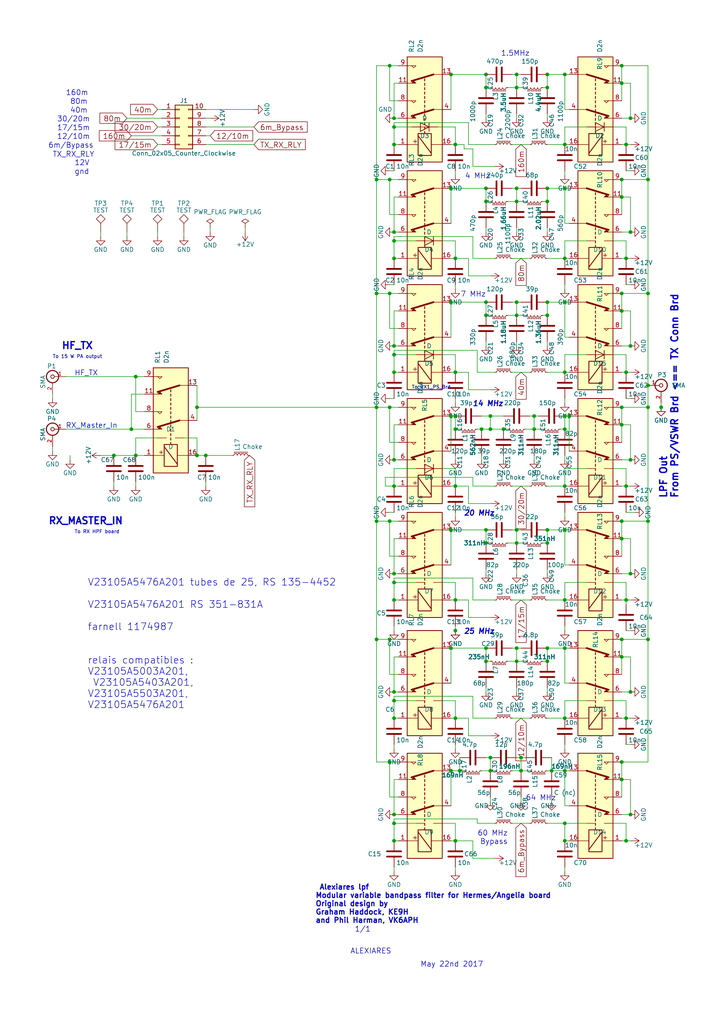
<source format=kicad_sch>
(kicad_sch (version 20230121) (generator eeschema)
  (paper "A4" portrait)
  (junction (at 132.08 107.95))
  (junction (at 130.81 120.65))
  (junction (at 130.81 21.59))
  (junction (at 130.81 87.63))
  (junction (at 158.75 21.59))
  (junction (at 187.96 185.42))
  (junction (at 114.3 236.22))
  (junction (at 163.83 120.65))
  (junction (at 187.96 151.13))
  (junction (at 113.03 52.07))
  (junction (at 163.83 208.28))
  (junction (at 132.08 243.84))
  (junction (at 163.83 21.59))
  (junction (at 133.35 223.52))
  (junction (at 187.96 118.11))
  (junction (at 114.3 74.93))
  (junction (at 114.3 102.87))
  (junction (at 114.3 203.2))
  (junction (at 163.83 238.76))
  (junction (at 182.88 67.31))
  (junction (at 163.83 54.61))
  (junction (at 163.83 153.67))
  (junction (at 59.69 132.08))
  (junction (at 182.88 166.37))
  (junction (at 113.03 185.42))
  (junction (at 191.77 118.11))
  (junction (at 158.75 187.96))
  (junction (at 132.08 74.93))
  (junction (at 130.81 153.67))
  (junction (at 142.24 219.71))
  (junction (at 151.13 219.71))
  (junction (at 180.34 57.15))
  (junction (at 163.83 173.99))
  (junction (at 109.22 52.07))
  (junction (at 132.08 208.28))
  (junction (at 146.05 124.46))
  (junction (at 132.08 182.88))
  (junction (at 149.86 58.42))
  (junction (at 130.81 187.96))
  (junction (at 140.97 87.63))
  (junction (at 114.3 243.84))
  (junction (at 149.86 91.44))
  (junction (at 142.24 223.52))
  (junction (at 130.81 54.61))
  (junction (at 180.34 151.13))
  (junction (at 114.3 67.31))
  (junction (at 140.97 58.42))
  (junction (at 132.08 173.99))
  (junction (at 109.22 151.13))
  (junction (at 163.83 107.95))
  (junction (at 187.96 52.07))
  (junction (at 114.3 107.95))
  (junction (at 33.02 132.08))
  (junction (at 132.08 41.91))
  (junction (at 39.37 109.22))
  (junction (at 140.97 187.96))
  (junction (at 158.75 191.77))
  (junction (at 57.15 132.08))
  (junction (at 149.86 157.48))
  (junction (at 149.86 87.63))
  (junction (at 181.61 74.93))
  (junction (at 181.61 107.95))
  (junction (at 113.03 151.13))
  (junction (at 140.97 25.4))
  (junction (at 181.61 41.91))
  (junction (at 113.03 19.05))
  (junction (at 149.86 191.77))
  (junction (at 180.34 90.17))
  (junction (at 140.97 191.77))
  (junction (at 113.03 220.98))
  (junction (at 39.37 132.08))
  (junction (at 109.22 185.42))
  (junction (at 180.34 156.21))
  (junction (at 182.88 100.33))
  (junction (at 140.97 157.48))
  (junction (at 109.22 118.11))
  (junction (at 114.3 41.91))
  (junction (at 113.03 118.11))
  (junction (at 182.88 236.22))
  (junction (at 163.83 74.93))
  (junction (at 114.3 238.76))
  (junction (at 180.34 85.09))
  (junction (at 163.83 140.97))
  (junction (at 149.86 54.61))
  (junction (at 180.34 118.11))
  (junction (at 187.96 111.76))
  (junction (at 114.3 133.35))
  (junction (at 180.34 190.5))
  (junction (at 158.75 54.61))
  (junction (at 114.3 173.99))
  (junction (at 57.15 118.11))
  (junction (at 142.24 120.65))
  (junction (at 163.83 243.84))
  (junction (at 149.86 187.96))
  (junction (at 142.24 124.46))
  (junction (at 38.1 124.46))
  (junction (at 163.83 87.63))
  (junction (at 181.61 173.99))
  (junction (at 181.61 208.28))
  (junction (at 114.3 36.83))
  (junction (at 149.86 153.67))
  (junction (at 114.3 69.85))
  (junction (at 180.34 220.98))
  (junction (at 154.94 124.46))
  (junction (at 158.75 25.4))
  (junction (at 140.97 91.44))
  (junction (at 182.88 34.29))
  (junction (at 181.61 140.97))
  (junction (at 158.75 157.48))
  (junction (at 132.08 124.46))
  (junction (at 154.94 120.65))
  (junction (at 114.3 208.28))
  (junction (at 140.97 21.59))
  (junction (at 163.83 187.96))
  (junction (at 132.08 120.65))
  (junction (at 163.83 124.46))
  (junction (at 113.03 85.09))
  (junction (at 114.3 200.66))
  (junction (at 158.75 91.44))
  (junction (at 181.61 243.84))
  (junction (at 139.7 124.46))
  (junction (at 180.34 19.05))
  (junction (at 180.34 226.06))
  (junction (at 158.75 87.63))
  (junction (at 114.3 166.37))
  (junction (at 180.34 123.19))
  (junction (at 149.86 21.59))
  (junction (at 140.97 153.67))
  (junction (at 182.88 133.35))
  (junction (at 151.13 223.52))
  (junction (at 158.75 153.67))
  (junction (at 140.97 54.61))
  (junction (at 149.86 25.4))
  (junction (at 160.02 223.52))
  (junction (at 180.34 24.13))
  (junction (at 114.3 34.29))
  (junction (at 132.08 140.97))
  (junction (at 114.3 100.33))
  (junction (at 163.83 223.52))
  (junction (at 114.3 168.91))
  (junction (at 158.75 58.42))
  (junction (at 130.81 223.52))
  (junction (at 187.96 85.09))
  (junction (at 180.34 52.07))
  (junction (at 182.88 200.66))
  (junction (at 180.34 185.42))
  (junction (at 114.3 140.97))
  (junction (at 109.22 85.09))
  (junction (at 163.83 41.91))
  (junction (at 165.1 120.65))
  (wire (pts (xy 20.32 132.08) (xy 20.32 133.35)))
  (wire (pts (xy 163.83 173.99) (xy 165.1 173.99)))
  (wire (pts (xy 180.34 52.07) (xy 180.34 57.15)))
  (wire (pts (xy 148.59 74.93) (xy 153.67 74.93)))
  (wire (pts (xy 109.22 85.09) (xy 113.03 85.09)))
  (wire (pts (xy 114.3 203.2) (xy 114.3 208.28)))
  (wire (pts (xy 114.3 238.76) (xy 114.3 243.84)))
  (wire (pts (xy 182.88 200.66) (xy 180.34 200.66)))
  (wire (pts (xy 149.86 33.02) (xy 149.86 34.29)))
  (wire (pts (xy 114.3 74.93) (xy 115.57 74.93)))
  (wire (pts (xy 109.22 85.09) (xy 109.22 118.11)))
  (wire (pts (xy 114.3 35.56) (xy 114.3 36.83)))
  (wire (pts (xy 177.8 69.85) (xy 181.61 69.85)))
  (wire (pts (xy 151.13 223.52) (xy 151.13 219.71)))
  (wire (pts (xy 114.3 49.53) (xy 113.03 49.53)))
  (wire (pts (xy 114.3 82.55) (xy 113.03 82.55)))
  (wire (pts (xy 120.65 168.91) (xy 114.3 168.91)))
  (wire (pts (xy 182.88 57.15) (xy 182.88 67.31)))
  (wire (pts (xy 158.75 33.02) (xy 158.75 34.29)))
  (wire (pts (xy 132.08 41.91) (xy 134.62 41.91)))
  (wire (pts (xy 163.83 41.91) (xy 165.1 41.91)))
  (wire (pts (xy 149.86 157.48) (xy 149.86 153.67)))
  (wire (pts (xy 180.34 90.17) (xy 180.34 95.25)))
  (wire (pts (xy 163.83 87.63) (xy 165.1 87.63)))
  (wire (pts (xy 137.16 140.97) (xy 143.51 140.97)))
  (wire (pts (xy 114.3 200.66) (xy 115.57 200.66)))
  (wire (pts (xy 170.18 135.89) (xy 163.83 135.89)))
  (wire (pts (xy 148.59 41.91) (xy 153.67 41.91)))
  (wire (pts (xy 113.03 118.11) (xy 113.03 128.27)))
  (wire (pts (xy 137.16 68.58) (xy 114.3 68.58)))
  (wire (pts (xy 109.22 19.05) (xy 109.22 52.07)))
  (wire (pts (xy 132.08 215.9) (xy 132.08 217.17)))
  (wire (pts (xy 39.37 109.22) (xy 41.91 109.22)))
  (wire (pts (xy 130.81 187.96) (xy 130.81 198.12)))
  (wire (pts (xy 181.61 140.97) (xy 182.88 140.97)))
  (wire (pts (xy 114.3 68.58) (xy 114.3 69.85)))
  (wire (pts (xy 134.62 223.52) (xy 133.35 223.52)))
  (wire (pts (xy 182.88 24.13) (xy 182.88 34.29)))
  (wire (pts (xy 182.88 67.31) (xy 180.34 67.31)))
  (wire (pts (xy 160.02 219.71) (xy 160.02 223.52)))
  (wire (pts (xy 149.86 87.63) (xy 151.13 87.63)))
  (wire (pts (xy 45.72 67.31) (xy 45.72 68.58)))
  (wire (pts (xy 148.59 21.59) (xy 149.86 21.59)))
  (wire (pts (xy 39.37 119.38) (xy 39.37 109.22)))
  (wire (pts (xy 158.75 58.42) (xy 157.48 58.42)))
  (wire (pts (xy 180.34 57.15) (xy 182.88 57.15)))
  (wire (pts (xy 113.03 85.09) (xy 115.57 85.09)))
  (wire (pts (xy 114.3 215.9) (xy 114.3 217.17)))
  (wire (pts (xy 163.83 208.28) (xy 165.1 208.28)))
  (wire (pts (xy 135.89 74.93) (xy 135.89 80.01)))
  (wire (pts (xy 135.89 113.03) (xy 142.24 113.03)))
  (wire (pts (xy 148.59 223.52) (xy 151.13 223.52)))
  (wire (pts (xy 109.22 118.11) (xy 57.15 118.11)))
  (wire (pts (xy 140.97 165.1) (xy 140.97 166.37)))
  (wire (pts (xy 182.88 226.06) (xy 182.88 236.22)))
  (wire (pts (xy 132.08 149.86) (xy 132.08 148.59)))
  (wire (pts (xy 29.21 132.08) (xy 33.02 132.08)))
  (wire (pts (xy 135.89 179.07) (xy 142.24 179.07)))
  (wire (pts (xy 114.3 24.13) (xy 114.3 34.29)))
  (wire (pts (xy 139.7 124.46) (xy 142.24 124.46)))
  (wire (pts (xy 142.24 219.71) (xy 140.97 219.71)))
  (wire (pts (xy 114.3 133.35) (xy 115.57 133.35)))
  (wire (pts (xy 135.89 140.97) (xy 135.89 146.05)))
  (wire (pts (xy 140.97 25.4) (xy 140.97 21.59)))
  (wire (pts (xy 113.03 195.58) (xy 115.57 195.58)))
  (wire (pts (xy 158.75 173.99) (xy 163.83 173.99)))
  (wire (pts (xy 140.97 54.61) (xy 130.81 54.61)))
  (wire (pts (xy 180.34 24.13) (xy 182.88 24.13)))
  (wire (pts (xy 180.34 156.21) (xy 182.88 156.21)))
  (wire (pts (xy 149.86 21.59) (xy 151.13 21.59)))
  (wire (pts (xy 115.57 226.06) (xy 114.3 226.06)))
  (wire (pts (xy 53.34 67.31) (xy 53.34 68.58)))
  (wire (pts (xy 114.3 236.22) (xy 115.57 236.22)))
  (wire (pts (xy 158.75 191.77) (xy 157.48 191.77)))
  (wire (pts (xy 140.97 33.02) (xy 140.97 34.29)))
  (wire (pts (xy 114.3 181.61) (xy 114.3 182.88)))
  (wire (pts (xy 147.32 25.4) (xy 149.86 25.4)))
  (wire (pts (xy 158.75 199.39) (xy 158.75 200.66)))
  (wire (pts (xy 163.83 107.95) (xy 165.1 107.95)))
  (wire (pts (xy 115.57 156.21) (xy 114.3 156.21)))
  (wire (pts (xy 163.83 153.67) (xy 165.1 153.67)))
  (wire (pts (xy 137.16 173.99) (xy 137.16 167.64)))
  (wire (pts (xy 140.97 87.63) (xy 130.81 87.63)))
  (wire (pts (xy 113.03 29.21) (xy 115.57 29.21)))
  (wire (pts (xy 149.86 25.4) (xy 152.4 25.4)))
  (wire (pts (xy 133.35 223.52) (xy 130.81 223.52)))
  (wire (pts (xy 163.83 120.65) (xy 165.1 120.65)))
  (wire (pts (xy 181.61 173.99) (xy 181.61 175.26)))
  (wire (pts (xy 163.83 238.76) (xy 163.83 243.84)))
  (wire (pts (xy 163.83 36.83) (xy 163.83 41.91)))
  (wire (pts (xy 180.34 156.21) (xy 180.34 161.29)))
  (wire (pts (xy 165.1 120.65) (xy 165.1 130.81)))
  (wire (pts (xy 130.81 120.65) (xy 130.81 130.81)))
  (wire (pts (xy 180.34 41.91) (xy 181.61 41.91)))
  (wire (pts (xy 120.65 69.85) (xy 114.3 69.85)))
  (wire (pts (xy 163.83 243.84) (xy 165.1 243.84)))
  (wire (pts (xy 177.8 135.89) (xy 181.61 135.89)))
  (wire (pts (xy 149.86 157.48) (xy 152.4 157.48)))
  (wire (pts (xy 181.61 36.83) (xy 181.61 41.91)))
  (wire (pts (xy 182.88 166.37) (xy 180.34 166.37)))
  (wire (pts (xy 128.27 203.2) (xy 132.08 203.2)))
  (wire (pts (xy 149.86 54.61) (xy 151.13 54.61)))
  (wire (pts (xy 181.61 41.91) (xy 182.88 41.91)))
  (wire (pts (xy 180.34 173.99) (xy 181.61 173.99)))
  (wire (pts (xy 142.24 124.46) (xy 142.24 120.65)))
  (wire (pts (xy 114.3 34.29) (xy 115.57 34.29)))
  (wire (pts (xy 114.3 167.64) (xy 114.3 168.91)))
  (wire (pts (xy 137.16 201.93) (xy 114.3 201.93)))
  (wire (pts (xy 163.83 31.75) (xy 165.1 31.75)))
  (wire (pts (xy 187.96 52.07) (xy 180.34 52.07)))
  (wire (pts (xy 181.61 102.87) (xy 181.61 107.95)))
  (wire (pts (xy 140.97 157.48) (xy 140.97 153.67)))
  (wire (pts (xy 182.88 123.19) (xy 182.88 133.35)))
  (wire (pts (xy 180.34 208.28) (xy 181.61 208.28)))
  (wire (pts (xy 41.91 114.3) (xy 38.1 114.3)))
  (wire (pts (xy 151.13 223.52) (xy 153.67 223.52)))
  (wire (pts (xy 137.16 208.28) (xy 137.16 201.93)))
  (wire (pts (xy 158.75 157.48) (xy 157.48 157.48)))
  (wire (pts (xy 149.86 91.44) (xy 149.86 87.63)))
  (wire (pts (xy 163.83 135.89) (xy 163.83 140.97)))
  (wire (pts (xy 158.75 21.59) (xy 158.75 25.4)))
  (wire (pts (xy 160.02 223.52) (xy 163.83 223.52)))
  (wire (pts (xy 130.81 107.95) (xy 132.08 107.95)))
  (wire (pts (xy 130.81 41.91) (xy 132.08 41.91)))
  (wire (pts (xy 163.83 102.87) (xy 163.83 107.95)))
  (wire (pts (xy 163.83 140.97) (xy 165.1 140.97)))
  (wire (pts (xy 142.24 191.77) (xy 140.97 191.77)))
  (wire (pts (xy 33.02 132.08) (xy 39.37 132.08)))
  (wire (pts (xy 177.8 36.83) (xy 181.61 36.83)))
  (wire (pts (xy 39.37 132.08) (xy 41.91 132.08)))
  (wire (pts (xy 19.05 124.46) (xy 38.1 124.46)))
  (wire (pts (xy 113.03 62.23) (xy 115.57 62.23)))
  (wire (pts (xy 158.75 187.96) (xy 163.83 187.96)))
  (wire (pts (xy 149.86 66.04) (xy 149.86 67.31)))
  (wire (pts (xy 180.34 74.93) (xy 181.61 74.93)))
  (wire (pts (xy 147.32 191.77) (xy 149.86 191.77)))
  (wire (pts (xy 154.94 124.46) (xy 157.48 124.46)))
  (wire (pts (xy 143.51 238.76) (xy 138.43 238.76)))
  (wire (pts (xy 148.59 140.97) (xy 153.67 140.97)))
  (wire (pts (xy 114.3 100.33) (xy 115.57 100.33)))
  (wire (pts (xy 147.32 157.48) (xy 149.86 157.48)))
  (wire (pts (xy 135.89 173.99) (xy 135.89 179.07)))
  (wire (pts (xy 158.75 165.1) (xy 158.75 166.37)))
  (wire (pts (xy 163.83 54.61) (xy 163.83 64.77)))
  (wire (pts (xy 187.96 111.76) (xy 187.96 118.11)))
  (wire (pts (xy 177.8 168.91) (xy 181.61 168.91)))
  (wire (pts (xy 45.72 41.91) (xy 46.99 41.91)))
  (wire (pts (xy 181.61 135.89) (xy 181.61 140.97)))
  (wire (pts (xy 39.37 127) (xy 39.37 132.08)))
  (wire (pts (xy 177.8 203.2) (xy 181.61 203.2)))
  (wire (pts (xy 187.96 185.42) (xy 180.34 185.42)))
  (wire (pts (xy 137.16 74.93) (xy 137.16 68.58)))
  (wire (pts (xy 135.89 35.56) (xy 135.89 41.91)))
  (wire (pts (xy 181.61 82.55) (xy 182.88 82.55)))
  (wire (pts (xy 149.86 25.4) (xy 149.86 21.59)))
  (wire (pts (xy 142.24 25.4) (xy 140.97 25.4)))
  (wire (pts (xy 119.38 36.83) (xy 114.3 36.83)))
  (wire (pts (xy 148.59 107.95) (xy 153.67 107.95)))
  (wire (pts (xy 132.08 132.08) (xy 132.08 133.35)))
  (wire (pts (xy 180.34 151.13) (xy 180.34 156.21)))
  (wire (pts (xy 130.81 74.93) (xy 132.08 74.93)))
  (wire (pts (xy 180.34 190.5) (xy 180.34 195.58)))
  (wire (pts (xy 114.3 148.59) (xy 113.03 148.59)))
  (wire (pts (xy 140.97 66.04) (xy 140.97 67.31)))
  (wire (pts (xy 182.88 100.33) (xy 180.34 100.33)))
  (wire (pts (xy 158.75 87.63) (xy 158.75 91.44)))
  (wire (pts (xy 187.96 151.13) (xy 180.34 151.13)))
  (wire (pts (xy 109.22 220.98) (xy 113.03 220.98)))
  (wire (pts (xy 187.96 52.07) (xy 187.96 85.09)))
  (wire (pts (xy 181.61 148.59) (xy 184.15 148.59)))
  (wire (pts (xy 187.96 220.98) (xy 180.34 220.98)))
  (wire (pts (xy 134.62 41.91) (xy 134.62 43.18)))
  (wire (pts (xy 158.75 99.06) (xy 158.75 100.33)))
  (wire (pts (xy 114.3 90.17) (xy 114.3 100.33)))
  (wire (pts (xy 170.18 168.91) (xy 163.83 168.91)))
  (wire (pts (xy 114.3 135.89) (xy 114.3 140.97)))
  (wire (pts (xy 114.3 107.95) (xy 115.57 107.95)))
  (wire (pts (xy 138.43 107.95) (xy 138.43 101.6)))
  (wire (pts (xy 140.97 91.44) (xy 140.97 87.63)))
  (wire (pts (xy 132.08 168.91) (xy 132.08 173.99)))
  (wire (pts (xy 135.89 208.28) (xy 135.89 213.36)))
  (wire (pts (xy 163.83 148.59) (xy 163.83 149.86)))
  (wire (pts (xy 158.75 238.76) (xy 163.83 238.76)))
  (wire (pts (xy 158.75 87.63) (xy 163.83 87.63)))
  (wire (pts (xy 181.61 203.2) (xy 181.61 208.28)))
  (wire (pts (xy 130.81 153.67) (xy 130.81 163.83)))
  (wire (pts (xy 182.88 182.88) (xy 181.61 182.88)))
  (wire (pts (xy 60.96 39.37) (xy 59.69 39.37)))
  (wire (pts (xy 132.08 238.76) (xy 132.08 243.84)))
  (wire (pts (xy 177.8 238.76) (xy 181.61 238.76)))
  (wire (pts (xy 182.88 156.21) (xy 182.88 166.37)))
  (wire (pts (xy 163.83 82.55) (xy 163.83 83.82)))
  (wire (pts (xy 135.89 80.01) (xy 142.24 80.01)))
  (wire (pts (xy 115.57 90.17) (xy 114.3 90.17)))
  (wire (pts (xy 181.61 69.85) (xy 181.61 74.93)))
  (wire (pts (xy 36.83 34.29) (xy 46.99 34.29)))
  (wire (pts (xy 132.08 36.83) (xy 132.08 41.91)))
  (wire (pts (xy 138.43 101.6) (xy 114.3 101.6)))
  (wire (pts (xy 109.22 185.42) (xy 109.22 220.98)))
  (wire (pts (xy 180.34 140.97) (xy 181.61 140.97)))
  (wire (pts (xy 180.34 190.5) (xy 182.88 190.5)))
  (wire (pts (xy 180.34 185.42) (xy 180.34 190.5)))
  (wire (pts (xy 132.08 115.57) (xy 132.08 116.84)))
  (wire (pts (xy 132.08 140.97) (xy 135.89 140.97)))
  (wire (pts (xy 142.24 58.42) (xy 140.97 58.42)))
  (wire (pts (xy 146.05 132.08) (xy 146.05 133.35)))
  (wire (pts (xy 128.27 238.76) (xy 132.08 238.76)))
  (wire (pts (xy 115.57 190.5) (xy 114.3 190.5)))
  (wire (pts (xy 163.83 69.85) (xy 163.83 74.93)))
  (wire (pts (xy 180.34 243.84) (xy 181.61 243.84)))
  (wire (pts (xy 41.91 119.38) (xy 39.37 119.38)))
  (wire (pts (xy 163.83 153.67) (xy 163.83 163.83)))
  (wire (pts (xy 128.27 135.89) (xy 132.08 135.89)))
  (wire (pts (xy 148.59 187.96) (xy 149.86 187.96)))
  (wire (pts (xy 132.08 203.2) (xy 132.08 208.28)))
  (wire (pts (xy 154.94 120.65) (xy 156.21 120.65)))
  (wire (pts (xy 163.83 49.53) (xy 163.83 50.8)))
  (wire (pts (xy 73.66 36.83) (xy 59.69 36.83)))
  (wire (pts (xy 163.83 54.61) (xy 165.1 54.61)))
  (wire (pts (xy 114.3 208.28) (xy 115.57 208.28)))
  (wire (pts (xy 142.24 157.48) (xy 140.97 157.48)))
  (wire (pts (xy 114.3 115.57) (xy 113.03 115.57)))
  (wire (pts (xy 187.96 151.13) (xy 187.96 185.42)))
  (wire (pts (xy 38.1 114.3) (xy 38.1 124.46)))
  (wire (pts (xy 148.59 238.76) (xy 153.67 238.76)))
  (wire (pts (xy 135.89 146.05) (xy 142.24 146.05)))
  (wire (pts (xy 113.03 185.42) (xy 115.57 185.42)))
  (wire (pts (xy 163.83 87.63) (xy 163.83 97.79)))
  (wire (pts (xy 158.75 107.95) (xy 163.83 107.95)))
  (wire (pts (xy 182.88 236.22) (xy 180.34 236.22)))
  (wire (pts (xy 114.3 101.6) (xy 114.3 102.87)))
  (wire (pts (xy 137.16 140.97) (xy 137.16 138.43)))
  (wire (pts (xy 158.75 91.44) (xy 157.48 91.44)))
  (wire (pts (xy 132.08 173.99) (xy 135.89 173.99)))
  (wire (pts (xy 180.34 19.05) (xy 180.34 24.13)))
  (wire (pts (xy 135.89 213.36) (xy 142.24 213.36)))
  (wire (pts (xy 59.69 132.08) (xy 67.31 132.08)))
  (wire (pts (xy 146.05 124.46) (xy 147.32 124.46)))
  (wire (pts (xy 181.61 215.9) (xy 182.88 215.9)))
  (wire (pts (xy 115.57 24.13) (xy 114.3 24.13)))
  (wire (pts (xy 132.08 251.46) (xy 132.08 252.73)))
  (wire (pts (xy 180.34 57.15) (xy 180.34 62.23)))
  (wire (pts (xy 180.34 90.17) (xy 182.88 90.17)))
  (wire (pts (xy 114.3 226.06) (xy 114.3 236.22)))
  (wire (pts (xy 132.08 124.46) (xy 133.35 124.46)))
  (wire (pts (xy 163.83 21.59) (xy 165.1 21.59)))
  (wire (pts (xy 132.08 102.87) (xy 132.08 107.95)))
  (wire (pts (xy 115.57 123.19) (xy 114.3 123.19)))
  (wire (pts (xy 38.1 124.46) (xy 41.91 124.46)))
  (wire (pts (xy 113.03 128.27) (xy 115.57 128.27)))
  (wire (pts (xy 109.22 151.13) (xy 109.22 185.42)))
  (wire (pts (xy 163.83 168.91) (xy 163.83 173.99)))
  (wire (pts (xy 114.3 57.15) (xy 114.3 67.31)))
  (wire (pts (xy 187.96 185.42) (xy 187.96 220.98)))
  (wire (pts (xy 148.59 208.28) (xy 153.67 208.28)))
  (wire (pts (xy 73.66 31.75) (xy 59.69 31.75)))
  (wire (pts (xy 114.3 69.85) (xy 114.3 74.93)))
  (wire (pts (xy 180.34 85.09) (xy 180.34 90.17)))
  (wire (pts (xy 114.3 173.99) (xy 115.57 173.99)))
  (wire (pts (xy 163.83 203.2) (xy 163.83 208.28)))
  (wire (pts (xy 53.34 127) (xy 57.15 127)))
  (wire (pts (xy 45.72 31.75) (xy 46.99 31.75)))
  (wire (pts (xy 114.3 41.91) (xy 115.57 41.91)))
  (wire (pts (xy 163.83 120.65) (xy 163.83 124.46)))
  (wire (pts (xy 149.86 165.1) (xy 149.86 166.37)))
  (wire (pts (xy 114.3 168.91) (xy 114.3 173.99)))
  (wire (pts (xy 140.97 191.77) (xy 140.97 187.96)))
  (wire (pts (xy 132.08 74.93) (xy 135.89 74.93)))
  (wire (pts (xy 170.18 36.83) (xy 163.83 36.83)))
  (wire (pts (xy 111.76 138.43) (xy 111.76 140.97)))
  (wire (pts (xy 191.77 116.84) (xy 191.77 118.11)))
  (wire (pts (xy 149.86 91.44) (xy 152.4 91.44)))
  (wire (pts (xy 114.3 102.87) (xy 114.3 107.95)))
  (wire (pts (xy 181.61 107.95) (xy 182.88 107.95)))
  (wire (pts (xy 114.3 36.83) (xy 114.3 41.91)))
  (wire (pts (xy 132.08 181.61) (xy 132.08 182.88)))
  (wire (pts (xy 71.12 66.04) (xy 71.12 67.31)))
  (wire (pts (xy 181.61 74.93) (xy 182.88 74.93)))
  (wire (pts (xy 111.76 140.97) (xy 114.3 140.97)))
  (wire (pts (xy 181.61 49.53) (xy 182.88 49.53)))
  (wire (pts (xy 137.16 208.28) (xy 143.51 208.28)))
  (wire (pts (xy 109.22 52.07) (xy 113.03 52.07)))
  (wire (pts (xy 109.22 151.13) (xy 113.03 151.13)))
  (wire (pts (xy 163.83 198.12) (xy 165.1 198.12)))
  (wire (pts (xy 147.32 91.44) (xy 149.86 91.44)))
  (wire (pts (xy 36.83 67.31) (xy 36.83 68.58)))
  (wire (pts (xy 181.61 115.57) (xy 182.88 115.57)))
  (wire (pts (xy 132.08 69.85) (xy 132.08 74.93)))
  (wire (pts (xy 148.59 153.67) (xy 149.86 153.67)))
  (wire (pts (xy 158.75 140.97) (xy 163.83 140.97)))
  (wire (pts (xy 130.81 54.61) (xy 130.81 64.77)))
  (wire (pts (xy 140.97 199.39) (xy 140.97 200.66)))
  (wire (pts (xy 114.3 123.19) (xy 114.3 133.35)))
  (wire (pts (xy 120.65 203.2) (xy 114.3 203.2)))
  (wire (pts (xy 187.96 85.09) (xy 187.96 111.76)))
  (wire (pts (xy 45.72 36.83) (xy 46.99 36.83)))
  (wire (pts (xy 138.43 238.76) (xy 138.43 237.49)))
  (wire (pts (xy 158.75 54.61) (xy 163.83 54.61)))
  (wire (pts (xy 149.86 99.06) (xy 149.86 100.33)))
  (wire (pts (xy 130.81 140.97) (xy 132.08 140.97)))
  (wire (pts (xy 19.05 109.22) (xy 39.37 109.22)))
  (wire (pts (xy 177.8 102.87) (xy 181.61 102.87)))
  (wire (pts (xy 109.22 19.05) (xy 113.03 19.05)))
  (wire (pts (xy 135.89 35.56) (xy 114.3 35.56)))
  (wire (pts (xy 163.83 233.68) (xy 165.1 233.68)))
  (wire (pts (xy 137.16 243.84) (xy 137.16 248.92)))
  (wire (pts (xy 109.22 52.07) (xy 109.22 85.09)))
  (wire (pts (xy 181.61 208.28) (xy 182.88 208.28)))
  (wire (pts (xy 187.96 19.05) (xy 187.96 52.07)))
  (wire (pts (xy 158.75 41.91) (xy 163.83 41.91)))
  (wire (pts (xy 139.7 120.65) (xy 142.24 120.65)))
  (wire (pts (xy 60.96 66.04) (xy 60.96 67.31)))
  (wire (pts (xy 130.81 243.84) (xy 132.08 243.84)))
  (wire (pts (xy 132.08 107.95) (xy 135.89 107.95)))
  (wire (pts (xy 180.34 226.06) (xy 182.88 226.06)))
  (wire (pts (xy 113.03 151.13) (xy 113.03 161.29)))
  (wire (pts (xy 182.88 133.35) (xy 180.34 133.35)))
  (wire (pts (xy 139.7 132.08) (xy 139.7 133.35)))
  (wire (pts (xy 132.08 135.89) (xy 132.08 140.97)))
  (wire (pts (xy 148.59 87.63) (xy 149.86 87.63)))
  (wire (pts (xy 187.96 85.09) (xy 180.34 85.09)))
  (wire (pts (xy 151.13 219.71) (xy 152.4 219.71)))
  (wire (pts (xy 113.03 19.05) (xy 115.57 19.05)))
  (wire (pts (xy 113.03 19.05) (xy 113.03 29.21)))
  (wire (pts (xy 163.83 223.52) (xy 165.1 223.52)))
  (wire (pts (xy 163.83 215.9) (xy 163.83 217.17)))
  (wire (pts (xy 130.81 120.65) (xy 132.08 120.65)))
  (wire (pts (xy 114.3 190.5) (xy 114.3 200.66)))
  (wire (pts (xy 187.96 19.05) (xy 180.34 19.05)))
  (wire (pts (xy 137.16 173.99) (xy 143.51 173.99)))
  (wire (pts (xy 158.75 208.28) (xy 163.83 208.28)))
  (wire (pts (xy 142.24 91.44) (xy 140.97 91.44)))
  (wire (pts (xy 114.3 201.93) (xy 114.3 203.2)))
  (wire (pts (xy 170.18 69.85) (xy 163.83 69.85)))
  (wire (pts (xy 135.89 107.95) (xy 135.89 113.03)))
  (wire (pts (xy 163.83 181.61) (xy 163.83 182.88)))
  (wire (pts (xy 158.75 21.59) (xy 163.83 21.59)))
  (wire (pts (xy 113.03 231.14) (xy 115.57 231.14)))
  (wire (pts (xy 130.81 208.28) (xy 132.08 208.28)))
  (wire (pts (xy 147.32 58.42) (xy 149.86 58.42)))
  (wire (pts (xy 140.97 21.59) (xy 130.81 21.59)))
  (wire (pts (xy 163.83 187.96) (xy 163.83 198.12)))
  (wire (pts (xy 15.24 129.54) (xy 15.24 130.81)))
  (wire (pts (xy 158.75 153.67) (xy 163.83 153.67)))
  (wire (pts (xy 163.83 187.96) (xy 165.1 187.96)))
  (wire (pts (xy 137.16 138.43) (xy 111.76 138.43)))
  (wire (pts (xy 114.3 156.21) (xy 114.3 166.37)))
  (wire (pts (xy 33.02 140.97) (xy 33.02 139.7)))
  (wire (pts (xy 113.03 85.09) (xy 113.03 95.25)))
  (wire (pts (xy 113.03 52.07) (xy 115.57 52.07)))
  (wire (pts (xy 29.21 67.31) (xy 29.21 68.58)))
  (wire (pts (xy 163.83 21.59) (xy 163.83 31.75)))
  (wire (pts (xy 140.97 99.06) (xy 140.97 100.33)))
  (wire (pts (xy 137.16 48.26) (xy 143.51 48.26)))
  (wire (pts (xy 15.24 114.3) (xy 15.24 115.57)))
  (wire (pts (xy 158.75 54.61) (xy 158.75 58.42)))
  (wire (pts (xy 160.02 223.52) (xy 158.75 223.52)))
  (wire (pts (xy 160.02 231.14) (xy 160.02 232.41)))
  (wire (pts (xy 73.66 41.91) (xy 59.69 41.91)))
  (wire (pts (xy 113.03 52.07) (xy 113.03 62.23)))
  (wire (pts (xy 163.83 97.79) (xy 165.1 97.79)))
  (wire (pts (xy 181.61 173.99) (xy 182.88 173.99)))
  (wire (pts (xy 149.86 153.67) (xy 151.13 153.67)))
  (wire (pts (xy 138.43 237.49) (xy 114.3 237.49)))
  (wire (pts (xy 142.24 120.65) (xy 146.05 120.65)))
  (wire (pts (xy 142.24 124.46) (xy 146.05 124.46)))
  (wire (pts (xy 163.83 74.93) (xy 165.1 74.93)))
  (wire (pts (xy 132.08 243.84) (xy 137.16 243.84)))
  (wire (pts (xy 139.7 223.52) (xy 142.24 223.52)))
  (wire (pts (xy 148.59 54.61) (xy 149.86 54.61)))
  (wire (pts (xy 158.75 74.93) (xy 163.83 74.93)))
  (wire (pts (xy 148.59 173.99) (xy 153.67 173.99)))
  (wire (pts (xy 163.83 163.83) (xy 165.1 163.83)))
  (wire (pts (xy 182.88 34.29) (xy 180.34 34.29)))
  (wire (pts (xy 109.22 118.11) (xy 109.22 151.13)))
  (wire (pts (xy 114.3 67.31) (xy 115.57 67.31)))
  (wire (pts (xy 114.3 237.49) (xy 114.3 238.76)))
  (wire (pts (xy 135.89 41.91) (xy 143.51 41.91)))
  (wire (pts (xy 114.3 140.97) (xy 115.57 140.97)))
  (wire (pts (xy 114.3 243.84) (xy 115.57 243.84)))
  (wire (pts (xy 57.15 111.76) (xy 57.15 118.11)))
  (wire (pts (xy 163.83 64.77) (xy 165.1 64.77)))
  (wire (pts (xy 180.34 226.06) (xy 180.34 231.14)))
  (wire (pts (xy 113.03 185.42) (xy 113.03 195.58)))
  (wire (pts (xy 181.61 168.91) (xy 181.61 173.99)))
  (wire (pts (xy 142.24 231.14) (xy 142.24 232.41)))
  (wire (pts (xy 163.83 124.46) (xy 162.56 124.46)))
  (wire (pts (xy 163.83 132.08) (xy 163.83 133.35)))
  (wire (pts (xy 158.75 187.96) (xy 158.75 191.77)))
  (wire (pts (xy 137.16 48.26) (xy 137.16 43.18)))
  (wire (pts (xy 113.03 161.29) (xy 115.57 161.29)))
  (wire (pts (xy 180.34 123.19) (xy 180.34 128.27)))
  (wire (pts (xy 163.83 238.76) (xy 170.18 238.76)))
  (wire (pts (xy 132.08 120.65) (xy 132.08 124.46)))
  (wire (pts (xy 182.88 190.5) (xy 182.88 200.66)))
  (wire (pts (xy 158.75 153.67) (xy 158.75 157.48)))
  (wire (pts (xy 151.13 231.14) (xy 151.13 232.41)))
  (wire (pts (xy 140.97 153.67) (xy 130.81 153.67)))
  (wire (pts (xy 180.34 220.98) (xy 180.34 226.06)))
  (wire (pts (xy 137.16 74.93) (xy 143.51 74.93)))
  (wire (pts (xy 180.34 107.95) (xy 181.61 107.95)))
  (wire (pts (xy 158.75 25.4) (xy 157.48 25.4)))
  (wire (pts (xy 149.86 219.71) (xy 151.13 219.71)))
  (wire (pts (xy 113.03 118.11) (xy 115.57 118.11)))
  (wire (pts (xy 113.03 220.98) (xy 113.03 231.14)))
  (wire (pts (xy 132.08 208.28) (xy 135.89 208.28)))
  (wire (pts (xy 181.61 238.76) (xy 181.61 243.84)))
  (wire (pts (xy 130.81 87.63) (xy 130.81 97.79)))
  (wire (pts (xy 128.27 69.85) (xy 132.08 69.85)))
  (wire (pts (xy 187.96 118.11) (xy 187.96 151.13)))
  (wire (pts (xy 163.83 223.52) (xy 163.83 233.68)))
  (wire (pts (xy 130.81 223.52) (xy 130.81 233.68)))
  (wire (pts (xy 163.83 115.57) (xy 163.83 116.84)))
  (wire (pts (xy 60.96 34.29) (xy 59.69 34.29)))
  (wire (pts (xy 57.15 118.11) (xy 57.15 121.92)))
  (wire (pts (xy 59.69 140.97) (xy 59.69 139.7)))
  (wire (pts (xy 120.65 135.89) (xy 114.3 135.89)))
  (wire (pts (xy 132.08 82.55) (xy 132.08 83.82)))
  (wire (pts (xy 138.43 124.46) (xy 139.7 124.46)))
  (wire (pts (xy 153.67 120.65) (xy 154.94 120.65)))
  (wire (pts (xy 137.16 167.64) (xy 114.3 167.64)))
  (wire (pts (xy 127 36.83) (xy 132.08 36.83)))
  (wire (pts (xy 115.57 57.15) (xy 114.3 57.15)))
  (wire (pts (xy 149.86 187.96) (xy 151.13 187.96)))
  (wire (pts (xy 140.97 187.96) (xy 130.81 187.96)))
  (wire (pts (xy 170.18 102.87) (xy 163.83 102.87)))
  (wire (pts (xy 130.81 21.59) (xy 130.81 31.75)))
  (wire (pts (xy 137.16 43.18) (xy 134.62 43.18)))
  (wire (pts (xy 170.18 203.2) (xy 163.83 203.2)))
  (wire (pts (xy 57.15 132.08) (xy 59.69 132.08)))
  (wire (pts (xy 113.03 95.25) (xy 115.57 95.25)))
  (wire (pts (xy 180.34 123.19) (xy 182.88 123.19)))
  (wire (pts (xy 149.86 199.39) (xy 149.86 200.66)))
  (wire (pts (xy 149.86 58.42) (xy 149.86 54.61)))
  (wire (pts (xy 128.27 168.91) (xy 132.08 168.91)))
  (wire (pts (xy 180.34 24.13) (xy 180.34 29.21)))
  (wire (pts (xy 152.4 124.46) (xy 154.94 124.46)))
  (wire (pts (xy 114.3 251.46) (xy 114.3 252.73)))
  (wire (pts (xy 180.34 118.11) (xy 180.34 123.19)))
  (wire (pts (xy 154.94 132.08) (xy 154.94 133.35)))
  (wire (pts (xy 46.99 39.37) (xy 38.1 39.37)))
  (wire (pts (xy 39.37 140.97) (xy 39.37 139.7)))
  (wire (pts (xy 133.35 223.52) (xy 133.35 219.71)))
  (wire (pts (xy 154.94 124.46) (xy 154.94 120.65)))
  (wire (pts (xy 181.61 243.84) (xy 182.88 243.84)))
  (wire (pts (xy 120.65 102.87) (xy 114.3 102.87)))
  (wire (pts (xy 114.3 166.37) (xy 115.57 166.37)))
  (wire (pts (xy 109.22 185.42) (xy 113.03 185.42)))
  (wire (pts (xy 109.22 118.11) (xy 113.03 118.11)))
  (wire (pts (xy 57.15 127) (xy 57.15 132.08)))
  (wire (pts (xy 140.97 58.42) (xy 140.97 54.61)))
  (wire (pts (xy 158.75 66.04) (xy 158.75 67.31)))
  (wire (pts (xy 137.16 248.92) (xy 143.51 248.92)))
  (wire (pts (xy 149.86 58.42) (xy 152.4 58.42)))
  (wire (pts (xy 149.86 191.77) (xy 149.86 187.96)))
  (wire (pts (xy 132.08 49.53) (xy 132.08 50.8)))
  (wire (pts (xy 45.72 127) (xy 39.37 127)))
  (wire (pts (xy 149.86 191.77) (xy 152.4 191.77)))
  (wire (pts (xy 130.81 173.99) (xy 132.08 173.99)))
  (wire (pts (xy 187.96 118.11) (xy 180.34 118.11)))
  (wire (pts (xy 142.24 223.52) (xy 142.24 219.71)))
  (wire (pts (xy 142.24 223.52) (xy 143.51 223.52)))
  (wire (pts (xy 113.03 151.13) (xy 115.57 151.13)))
  (wire (pts (xy 113.03 220.98) (xy 115.57 220.98)))
  (wire (pts (xy 120.65 238.76) (xy 114.3 238.76)))
  (wire (pts (xy 182.88 90.17) (xy 182.88 100.33)))
  (wire (pts (xy 143.51 107.95) (xy 138.43 107.95)))
  (wire (pts (xy 163.83 251.46) (xy 163.83 252.73)))
  (wire (pts (xy 128.27 102.87) (xy 132.08 102.87)))
  (text "LPF Out\nFrom PS/VSWR Brd <== TX Conn Brd" (at 196.85 144.78 90) (effects (font (size 2.0066 2.0066) (thickness 0.4013) bold) (justify left bottom)))
  (text "7 MHz" (at 140.97 86.36 0) (effects (font (size 1.524 1.524)) (justify right bottom)))
  (text "RX_MASTER_IN" (at 13.97 152.4 0) (effects (font (size 2.0066 2.0066) (thickness 0.4013) bold) (justify left bottom)))
  (text "4 MHz" (at 142.24 52.07 0) (effects (font (size 1.524 1.524)) (justify right bottom)))
  (text "25 MHz\n" (at 143.51 184.15 0) (effects (font (size 1.524 1.524) (thickness 0.3048) bold italic) (justify right bottom)))
  (text "To 15 W PA output\n" (at 15.24 104.14 0) (effects (font (size 0.9906 0.9906)) (justify left bottom)))
  (text " Alexiares lpf \nModular variable bandpass filter for Hermes/Angelia board\nOriginal design by \nGraham Haddock, KE9H\nand Phil Harman, VK6APH\n" (at 91.44 267.97 0) (effects (font (size 1.4986 1.4986) (thickness 0.2997) bold) (justify left bottom)))
  (text "HF_TX" (at 21.59 109.22 0) (effects (font (size 1.524 1.524)) (justify left bottom)))
  (text "6m/Bypass" (at 13.97 43.18 0) (effects (font (size 1.524 1.524)) (justify left bottom)))
  (text "64 MHz" (at 161.29 232.41 0) (effects (font (size 1.524 1.524)) (justify right bottom)))
  (text "1.5MHz" (at 153.67 16.51 0) (effects (font (size 1.524 1.524)) (justify right bottom)))
  (text "12V" (at 21.59 48.26 0) (effects (font (size 1.524 1.524)) (justify left bottom)))
  (text "HF_TX" (at 17.78 101.6 0) (effects (font (size 2.0066 2.0066) (thickness 0.4013) bold) (justify left bottom)))
  (text "RX_Master_In" (at 19.05 124.46 0) (effects (font (size 1.524 1.524)) (justify left bottom)))
  (text "14 MHz" (at 146.05 118.11 0) (effects (font (size 1.524 1.524) (thickness 0.3048) bold italic) (justify right bottom)))
  (text "30/20m" (at 16.51 35.56 0) (effects (font (size 1.524 1.524)) (justify left bottom)))
  (text "20 MHz\n" (at 143.51 149.86 0) (effects (font (size 1.524 1.524) (thickness 0.3048) bold italic) (justify right bottom)))
  (text "1/1" (at 102.87 270.51 0) (effects (font (size 1.524 1.524)) (justify left bottom)))
  (text "80m" (at 20.32 30.48 0) (effects (font (size 1.524 1.524)) (justify left bottom)))
  (text "17/15m" (at 16.51 38.1 0) (effects (font (size 1.524 1.524)) (justify left bottom)))
  (text "gnd\n" (at 21.59 50.8 0) (effects (font (size 1.524 1.524)) (justify left bottom)))
  (text "V23105A5476A201 tubes de 25, RS 135-4452\n\nV23105A5476A201 RS 351-831A\n\nfarnell 1174987 \n\n\nrelais compatibles : \nV23105A5003A201,\n V23105A5403A201, \nV23105A5503A201, \nV23105A5476A201 " (at 25.4 205.74 0) (effects (font (size 2.0066 2.0066)) (justify left bottom)))
  (text "TX_RX_RLY\n\n" (at 15.24 48.26 0) (effects (font (size 1.524 1.524)) (justify left bottom)))
  (text "To RX HPF board\n" (at 21.59 154.94 0) (effects (font (size 0.9906 0.9906)) (justify left bottom)))
  (text "\n" (at -6.35 91.44 0) (effects (font (size 0.9906 0.9906)) (justify left bottom)))
  (text "60 MHz\nBypass\n" (at 147.32 245.11 0) (effects (font (size 1.524 1.524)) (justify right bottom)))
  (text "May 22nd 2017" (at 121.92 280.67 0) (effects (font (size 1.524 1.524)) (justify left bottom)))
  (text "To_RX1_PS_Brd \n" (at 119.38 113.03 0) (effects (font (size 0.9906 0.9906)) (justify left bottom)))
  (text "40m" (at 20.32 33.02 0) (effects (font (size 1.524 1.524)) (justify left bottom)))
  (text "12/10m" (at 16.51 40.64 0) (effects (font (size 1.524 1.524)) (justify left bottom)))
  (text "160m" (at 19.05 27.94 0) (effects (font (size 1.524 1.524)) (justify left bottom)))
  (text "ALEXIARES\n" (at 101.6 276.86 0) (effects (font (size 1.524 1.524)) (justify left bottom)))
  (global_label "160m" (shape input) (at 38.1 39.37 180) (effects (font (size 1.524 1.524))) (property "Intersheetrefs" "${INTERSHEET_REFS}" (effects hide)))
  (global_label "30/20m" (shape input) (at 151.13 140.97 270) (effects (font (size 1.524 1.524))) (property "Intersheetrefs" "${INTERSHEET_REFS}" (effects hide)))
  (global_label "80m" (shape input) (at 151.13 74.93 270) (effects (font (size 1.524 1.524))) (property "Intersheetrefs" "${INTERSHEET_REFS}" (effects hide)))
  (global_label "80m" (shape input) (at 36.83 34.29 180) (effects (font (size 1.524 1.524))) (property "Intersheetrefs" "${INTERSHEET_REFS}" (effects hide)))
  (global_label "6m_Bypass" (shape input) (at 151.13 238.76 270) (effects (font (size 1.524 1.524))) (property "Intersheetrefs" "${INTERSHEET_REFS}" (effects hide)))
  (global_label "30/20m" (shape input) (at 45.72 36.83 180) (effects (font (size 1.524 1.524))) (property "Intersheetrefs" "${INTERSHEET_REFS}" (effects hide)))
  (global_label "40m" (shape input) (at 45.72 31.75 180) (effects (font (size 1.524 1.524))) (property "Intersheetrefs" "${INTERSHEET_REFS}" (effects hide)))
  (global_label "17/15m" (shape input) (at 45.72 41.91 180) (effects (font (size 1.524 1.524))) (property "Intersheetrefs" "${INTERSHEET_REFS}" (effects hide)))
  (global_label "TX_RX_RLY" (shape input) (at 72.39 132.08 270) (effects (font (size 1.524 1.524))) (property "Intersheetrefs" "${INTERSHEET_REFS}" (effects hide)))
  (global_label "40m" (shape input) (at 151.13 107.95 270) (effects (font (size 1.524 1.524))) (property "Intersheetrefs" "${INTERSHEET_REFS}" (effects hide)))
  (global_label "17/15m" (shape input) (at 151.13 173.99 270) (effects (font (size 1.524 1.524))) (property "Intersheetrefs" "${INTERSHEET_REFS}" (effects hide)))
  (global_label "12/10m" (shape input) (at 151.13 208.28 270) (effects (font (size 1.524 1.524))) (property "Intersheetrefs" "${INTERSHEET_REFS}" (effects hide)))
  (global_label "6m_Bypass" (shape input) (at 73.66 36.83 0) (effects (font (size 1.524 1.524))) (property "Intersheetrefs" "${INTERSHEET_REFS}" (effects hide)))
  (global_label "TX_RX_RLY" (shape input) (at 73.66 41.91 0) (effects (font (size 1.524 1.524))) (property "Intersheetrefs" "${INTERSHEET_REFS}" (effects hide)))
  (global_label "12/10m" (shape input) (at 60.96 39.37 0) (effects (font (size 1.524 1.524))) (property "Intersheetrefs" "${INTERSHEET_REFS}" (effects hide)))
  (global_label "160m" (shape input) (at 151.13 41.91 270) (effects (font (size 1.524 1.524))) (property "Intersheetrefs" "${INTERSHEET_REFS}" (effects hide)))
  (symbol (lib_id "LPF-rescue:TEST") (at 45.72 67.31 0) (unit 1)
    (property "Reference" "TP1" (at 45.72 59.69 0) (effects (justify bottom)))
    (property "Value" "TEST" (at 45.72 60.96 0))
    (property "Footprint" "MountingHole:MountingHole_3.5mm_Pad" (effects hide))
  )
  (symbol (lib_id "LPF-rescue:TEST") (at 53.34 67.31 0) (unit 1)
    (property "Reference" "TP2" (at 53.34 59.69 0) (effects (justify bottom)))
    (property "Value" "TEST" (at 53.34 60.96 0))
    (property "Footprint" "MountingHole:MountingHole_3.5mm_Pad" (effects hide))
  )
  (symbol (lib_id "LPF-rescue:GND") (at 45.72 68.58 0) (unit 1)
    (property "Reference" "#PWR068" (effects hide))
    (property "Value" "GND" (at 45.72 72.39 0))
  )
  (symbol (lib_id "LPF-rescue:GND") (at 53.34 68.58 0) (unit 1)
    (property "Reference" "#PWR069" (effects hide))
    (property "Value" "GND" (at 53.34 72.39 0))
  )
  (symbol (lib_id "LPF-rescue:BNC") (at 191.77 111.76 0) (unit 1)
    (property "Reference" "P3" (at 192.024 108.712 0))
    (property "Value" "SMA" (at 196.85 111.76 0))
    (property "Footprint" "SMA_PINS:SMA_PINS" (effects hide))
  )
  (symbol (lib_id "LPF-rescue:GND") (at 191.77 118.11 0) (unit 1)
    (property "Reference" "#PWR01" (effects hide))
    (property "Value" "GND" (at 191.77 121.92 0))
  )
  (symbol (lib_id "LPF-rescue:GND") (at 191.77 118.11 0) (unit 1)
    (property "Reference" "#PWR02" (effects hide))
    (property "Value" "GND" (at 191.77 121.92 0))
  )
  (symbol (lib_id "LPF-rescue:GND") (at 114.3 34.29 270) (unit 1)
    (property "Reference" "#PWR03" (effects hide))
    (property "Value" "GND" (at 111.76 31.75 90))
  )
  (symbol (lib_id "LPF-rescue:C") (at 132.08 45.72 0) (unit 1)
    (property "Reference" "C8" (at 129.54 48.26 0) (effects (justify left)))
    (property "Value" "10n" (at 132.715 48.26 0) (effects (justify left)))
    (property "Footprint" "Capacitor_SMD:C_0805_2012Metric_Pad1.15x1.40mm_HandSolder" (effects hide))
  )
  (symbol (lib_id "LPF-rescue:GND") (at 132.08 50.8 0) (unit 1)
    (property "Reference" "#PWR04" (effects hide))
    (property "Value" "GND" (at 132.08 54.61 0))
  )
  (symbol (lib_id "LPF-rescue:C") (at 114.3 45.72 0) (unit 1)
    (property "Reference" "C1" (at 111.76 48.26 0) (effects (justify left)))
    (property "Value" "10n" (at 114.935 48.26 0) (effects (justify left)))
    (property "Footprint" "Capacitor_SMD:C_0805_2012Metric_Pad1.15x1.40mm_HandSolder" (effects hide))
  )
  (symbol (lib_id "LPF-rescue:GND") (at 113.03 49.53 270) (unit 1)
    (property "Reference" "#PWR05" (effects hide))
    (property "Value" "GND" (at 109.22 49.53 0))
  )
  (symbol (lib_id "LPF-rescue:C") (at 163.83 45.72 0) (mirror x) (unit 1)
    (property "Reference" "C52" (at 166.37 48.26 0) (effects (justify left)))
    (property "Value" "10n" (at 163.83 43.18 0) (effects (justify left)))
    (property "Footprint" "Capacitor_SMD:C_0805_2012Metric_Pad1.15x1.40mm_HandSolder" (effects hide))
  )
  (symbol (lib_id "LPF-rescue:C") (at 181.61 45.72 0) (unit 1)
    (property "Reference" "C60" (at 184.15 45.72 0) (effects (justify left)))
    (property "Value" "10n" (at 182.245 48.26 0) (effects (justify left)))
    (property "Footprint" "Capacitor_SMD:C_0805_2012Metric_Pad1.15x1.40mm_HandSolder" (effects hide))
  )
  (symbol (lib_id "LPF-rescue:GND") (at 182.88 49.53 90) (unit 1)
    (property "Reference" "#PWR06" (effects hide))
    (property "Value" "GND" (at 186.69 49.53 0))
  )
  (symbol (lib_id "LPF-rescue:GND") (at 163.83 50.8 0) (unit 1)
    (property "Reference" "#PWR059" (effects hide))
    (property "Value" "GND" (at 163.83 54.61 0))
  )
  (symbol (lib_id "LPF-rescue:GND") (at 182.88 34.29 90) (unit 1)
    (property "Reference" "#PWR07" (effects hide))
    (property "Value" "GND" (at 186.69 34.29 0))
  )
  (symbol (lib_id "LPF-rescue:C") (at 154.94 21.59 90) (mirror x) (unit 1)
    (property "Reference" "C39" (at 152.4 22.225 0) (effects (justify left)))
    (property "Value" "150p" (at 156.21 17.78 90) (effects (justify left)))
    (property "Footprint" "ATC_B:ATC_500_HandSoldering" (effects hide))
  )
  (symbol (lib_id "LPF-rescue:L_Core_Ferrite_Small") (at 154.94 25.4 90) (mirror x) (unit 1)
    (property "Reference" "L10" (at 153.924 26.67 0) (effects (justify left)))
    (property "Value" "4.4uH" (at 156.21 26.67 0) (effects (font bold) (justify left)))
    (property "Footprint" "T50:T50_V_THT" (effects hide))
  )
  (symbol (lib_id "LPF-rescue:C") (at 158.75 29.21 0) (mirror x) (unit 1)
    (property "Reference" "C46" (at 160.02 33.02 90) (effects (justify left)))
    (property "Value" "1100p" (at 162.56 29.21 90) (effects (justify left)))
    (property "Footprint" "ATC_B:ATC_500_HandSoldering" (effects hide))
  )
  (symbol (lib_id "LPF-rescue:C") (at 149.86 29.21 0) (mirror x) (unit 1)
    (property "Reference" "C32" (at 151.13 33.02 90) (effects (justify left)))
    (property "Value" "2200p" (at 147.32 31.75 90) (effects (justify left)))
    (property "Footprint" "ATC_B:ATC_500_HandSoldering" (effects hide))
  )
  (symbol (lib_id "LPF-rescue:GND") (at 158.75 34.29 0) (unit 1)
    (property "Reference" "#PWR08" (effects hide))
    (property "Value" "GND" (at 158.75 38.1 0))
  )
  (symbol (lib_id "LPF-rescue:GND") (at 149.86 34.29 0) (unit 1)
    (property "Reference" "#PWR09" (effects hide))
    (property "Value" "GND" (at 149.86 38.1 0))
  )
  (symbol (lib_id "LPF-rescue:C") (at 144.78 21.59 90) (mirror x) (unit 1)
    (property "Reference" "C25" (at 142.24 22.225 0) (effects (justify left)))
    (property "Value" "470p" (at 146.05 17.78 90) (effects (justify left)))
    (property "Footprint" "ATC_B:ATC_500_HandSoldering" (effects hide))
  )
  (symbol (lib_id "LPF-rescue:L_Core_Ferrite_Small") (at 144.78 25.4 90) (mirror x) (unit 1)
    (property "Reference" "L3" (at 143.764 26.67 0) (effects (justify left)))
    (property "Value" "3.5uH" (at 146.05 26.67 0) (effects (font bold) (justify left)))
    (property "Footprint" "T50:T50_V_THT" (effects hide))
  )
  (symbol (lib_id "LPF-rescue:C") (at 140.97 29.21 0) (mirror x) (unit 1)
    (property "Reference" "C19" (at 142.24 33.02 90) (effects (justify left)))
    (property "Value" "1000p" (at 137.16 29.21 90) (effects (justify left)))
    (property "Footprint" "ATC_B:ATC_500_HandSoldering" (effects hide))
  )
  (symbol (lib_id "LPF-rescue:GND") (at 140.97 34.29 0) (unit 1)
    (property "Reference" "#PWR010" (effects hide))
    (property "Value" "GND" (at 140.97 38.1 0))
  )
  (symbol (lib_id "LPF-rescue:C") (at 163.83 78.74 0) (mirror x) (unit 1)
    (property "Reference" "C53" (at 166.37 81.28 0) (effects (justify left)))
    (property "Value" "10n" (at 163.83 76.2 0) (effects (justify left)))
    (property "Footprint" "Capacitor_SMD:C_0805_2012Metric_Pad1.15x1.40mm_HandSolder" (effects hide))
  )
  (symbol (lib_id "LPF-rescue:C") (at 181.61 78.74 0) (unit 1)
    (property "Reference" "C61" (at 184.15 78.74 0) (effects (justify left)))
    (property "Value" "10n" (at 182.245 81.28 0) (effects (justify left)))
    (property "Footprint" "Capacitor_SMD:C_0805_2012Metric_Pad1.15x1.40mm_HandSolder" (effects hide))
  )
  (symbol (lib_id "LPF-rescue:GND") (at 182.88 82.55 90) (unit 1)
    (property "Reference" "#PWR011" (effects hide))
    (property "Value" "GND" (at 186.69 82.55 0))
  )
  (symbol (lib_id "LPF-rescue:GND") (at 163.83 83.82 0) (unit 1)
    (property "Reference" "#PWR063" (effects hide))
    (property "Value" "GND" (at 163.83 87.63 0))
  )
  (symbol (lib_id "LPF-rescue:GND") (at 182.88 67.31 90) (unit 1)
    (property "Reference" "#PWR060" (effects hide))
    (property "Value" "GND" (at 186.69 67.31 0))
  )
  (symbol (lib_id "LPF-rescue:C") (at 154.94 54.61 90) (mirror x) (unit 1)
    (property "Reference" "C40" (at 152.4 55.245 0) (effects (justify left)))
    (property "Value" "68p" (at 156.21 50.8 90) (effects (justify left)))
    (property "Footprint" "ATC_B:ATC_500_HandSoldering" (effects hide))
  )
  (symbol (lib_id "LPF-rescue:L_Core_Ferrite_Small") (at 154.94 58.42 90) (mirror x) (unit 1)
    (property "Reference" "L11" (at 153.924 59.69 0) (effects (justify left)))
    (property "Value" "2.02uH" (at 156.21 59.69 0) (effects (font bold) (justify left)))
    (property "Footprint" "T50:T50_V_THT" (effects hide))
  )
  (symbol (lib_id "LPF-rescue:C") (at 158.75 62.23 0) (mirror x) (unit 1)
    (property "Reference" "C47" (at 160.02 66.04 90) (effects (justify left)))
    (property "Value" "560p" (at 162.56 62.23 90) (effects (justify left)))
    (property "Footprint" "ATC_B:ATC_500_HandSoldering" (effects hide))
  )
  (symbol (lib_id "LPF-rescue:C") (at 149.86 62.23 0) (mirror x) (unit 1)
    (property "Reference" "C33" (at 151.13 66.04 90) (effects (justify left)))
    (property "Value" "1100p" (at 147.32 64.77 90) (effects (justify left)))
    (property "Footprint" "ATC_B:ATC_500_HandSoldering" (effects hide))
  )
  (symbol (lib_id "LPF-rescue:GND") (at 158.75 67.31 0) (unit 1)
    (property "Reference" "#PWR012" (effects hide))
    (property "Value" "GND" (at 158.75 71.12 0))
  )
  (symbol (lib_id "LPF-rescue:GND") (at 149.86 67.31 0) (unit 1)
    (property "Reference" "#PWR062" (effects hide))
    (property "Value" "GND" (at 149.86 71.12 0))
  )
  (symbol (lib_id "LPF-rescue:C") (at 144.78 54.61 90) (mirror x) (unit 1)
    (property "Reference" "C26" (at 142.24 55.245 0) (effects (justify left)))
    (property "Value" "240p" (at 146.05 50.8 90) (effects (justify left)))
    (property "Footprint" "ATC_B:ATC_500_HandSoldering" (effects hide))
  )
  (symbol (lib_id "LPF-rescue:L_Core_Ferrite_Small") (at 144.78 58.42 90) (mirror x) (unit 1)
    (property "Reference" "L4" (at 143.764 59.69 0) (effects (justify left)))
    (property "Value" "1,66uH" (at 146.05 59.69 0) (effects (font bold) (justify left)))
    (property "Footprint" "T50:T50_V_THT" (effects hide))
  )
  (symbol (lib_id "LPF-rescue:C") (at 140.97 62.23 0) (mirror x) (unit 1)
    (property "Reference" "C20" (at 142.24 66.04 90) (effects (justify left)))
    (property "Value" "470p" (at 137.16 62.23 90) (effects (justify left)))
    (property "Footprint" "ATC_B:ATC_500_HandSoldering" (effects hide))
  )
  (symbol (lib_id "LPF-rescue:GND") (at 140.97 67.31 0) (unit 1)
    (property "Reference" "#PWR061" (effects hide))
    (property "Value" "GND" (at 140.97 71.12 0))
  )
  (symbol (lib_id "LPF-rescue:C") (at 163.83 111.76 0) (mirror x) (unit 1)
    (property "Reference" "C54" (at 166.37 114.3 0) (effects (justify left)))
    (property "Value" "10n" (at 163.83 109.22 0) (effects (justify left)))
    (property "Footprint" "Capacitor_SMD:C_0805_2012Metric_Pad1.15x1.40mm_HandSolder" (effects hide))
  )
  (symbol (lib_id "LPF-rescue:C") (at 181.61 111.76 0) (unit 1)
    (property "Reference" "C62" (at 184.15 111.76 0) (effects (justify left)))
    (property "Value" "10n" (at 182.245 114.3 0) (effects (justify left)))
    (property "Footprint" "Capacitor_SMD:C_0805_2012Metric_Pad1.15x1.40mm_HandSolder" (effects hide))
  )
  (symbol (lib_id "LPF-rescue:GND") (at 182.88 115.57 90) (unit 1)
    (property "Reference" "#PWR013" (effects hide))
    (property "Value" "GND" (at 186.69 115.57 0))
  )
  (symbol (lib_id "LPF-rescue:GND") (at 163.83 116.84 0) (unit 1)
    (property "Reference" "#PWR014" (effects hide))
    (property "Value" "GND" (at 163.83 120.65 0))
  )
  (symbol (lib_id "LPF-rescue:GND") (at 182.88 100.33 90) (unit 1)
    (property "Reference" "#PWR015" (effects hide))
    (property "Value" "GND" (at 186.69 100.33 0))
  )
  (symbol (lib_id "LPF-rescue:C") (at 154.94 87.63 90) (mirror x) (unit 1)
    (property "Reference" "C41" (at 152.4 88.265 0) (effects (justify left)))
    (property "Value" "39p" (at 156.21 83.82 90) (effects (justify left)))
    (property "Footprint" "ATC_B:ATC_500_HandSoldering" (effects hide))
  )
  (symbol (lib_id "LPF-rescue:L_Core_Ferrite_Small") (at 154.94 91.44 90) (mirror x) (unit 1)
    (property "Reference" "L12" (at 153.924 92.71 0) (effects (justify left)))
    (property "Value" "1.36uH" (at 156.21 92.71 0) (effects (font bold) (justify left)))
    (property "Footprint" "T50:T50_V_THT" (effects hide))
  )
  (symbol (lib_id "LPF-rescue:C") (at 158.75 95.25 0) (mirror x) (unit 1)
    (property "Reference" "C48" (at 160.02 99.06 90) (effects (justify left)))
    (property "Value" "390p" (at 162.56 95.25 90) (effects (justify left)))
    (property "Footprint" "ATC_B:ATC_500_HandSoldering" (effects hide))
  )
  (symbol (lib_id "LPF-rescue:C") (at 149.86 95.25 0) (mirror x) (unit 1)
    (property "Reference" "C34" (at 151.13 99.06 90) (effects (justify left)))
    (property "Value" "680p" (at 148.59 99.06 90) (effects (justify left)))
    (property "Footprint" "ATC_B:ATC_500_HandSoldering" (effects hide))
  )
  (symbol (lib_id "LPF-rescue:GND") (at 158.75 100.33 0) (unit 1)
    (property "Reference" "#PWR016" (effects hide))
    (property "Value" "GND" (at 158.75 104.14 0))
  )
  (symbol (lib_id "LPF-rescue:GND") (at 149.86 100.33 0) (unit 1)
    (property "Reference" "#PWR017" (effects hide))
    (property "Value" "GND" (at 149.86 104.14 0))
  )
  (symbol (lib_id "LPF-rescue:C") (at 144.78 87.63 90) (mirror x) (unit 1)
    (property "Reference" "C27" (at 142.24 88.265 0) (effects (justify left)))
    (property "Value" "120p" (at 146.05 83.82 90) (effects (justify left)))
    (property "Footprint" "ATC_B:ATC_500_HandSoldering" (effects hide))
  )
  (symbol (lib_id "LPF-rescue:L_Core_Ferrite_Small") (at 144.78 91.44 90) (mirror x) (unit 1)
    (property "Reference" "L5" (at 143.764 92.71 0) (effects (justify left)))
    (property "Value" "1.18uH" (at 146.05 92.71 0) (effects (font bold) (justify left)))
    (property "Footprint" "T50:T50_V_THT" (effects hide))
  )
  (symbol (lib_id "LPF-rescue:C") (at 140.97 95.25 0) (mirror x) (unit 1)
    (property "Reference" "C21" (at 142.24 99.06 90) (effects (justify left)))
    (property "Value" "330p" (at 137.16 95.25 90) (effects (justify left)))
    (property "Footprint" "ATC_B:ATC_500_HandSoldering" (effects hide))
  )
  (symbol (lib_id "LPF-rescue:GND") (at 140.97 100.33 0) (unit 1)
    (property "Reference" "#PWR018" (effects hide))
    (property "Value" "GND" (at 140.97 104.14 0))
  )
  (symbol (lib_id "LPF-rescue:C") (at 163.83 144.78 0) (mirror x) (unit 1)
    (property "Reference" "C56" (at 166.37 147.32 0) (effects (justify left)))
    (property "Value" "10n" (at 163.83 142.24 0) (effects (justify left)))
    (property "Footprint" "Capacitor_SMD:C_0805_2012Metric_Pad1.15x1.40mm_HandSolder" (effects hide))
  )
  (symbol (lib_id "LPF-rescue:C") (at 181.61 144.78 0) (unit 1)
    (property "Reference" "C63" (at 184.15 144.78 0) (effects (justify left)))
    (property "Value" "10n" (at 182.245 147.32 0) (effects (justify left)))
    (property "Footprint" "Capacitor_SMD:C_0805_2012Metric_Pad1.15x1.40mm_HandSolder" (effects hide))
  )
  (symbol (lib_id "LPF-rescue:GND") (at 184.15 148.59 90) (unit 1)
    (property "Reference" "#PWR065" (effects hide))
    (property "Value" "GND" (at 187.96 148.59 0))
  )
  (symbol (lib_id "LPF-rescue:GND") (at 163.83 149.86 0) (unit 1)
    (property "Reference" "#PWR058" (effects hide))
    (property "Value" "GND" (at 163.83 153.67 0))
  )
  (symbol (lib_id "LPF-rescue:GND") (at 182.88 133.35 90) (unit 1)
    (property "Reference" "#PWR019" (effects hide))
    (property "Value" "GND" (at 186.69 133.35 0))
  )
  (symbol (lib_id "LPF-rescue:C") (at 160.02 120.65 90) (mirror x) (unit 1)
    (property "Reference" "C51" (at 157.48 121.285 0) (effects (justify left)))
    (property "Value" "150p" (at 161.29 116.84 90) (effects (justify left)))
    (property "Footprint" "ATC_B:ATC_500_HandSoldering" (effects hide))
  )
  (symbol (lib_id "LPF-rescue:L_Core_Ferrite_Small") (at 160.02 124.46 90) (mirror x) (unit 1)
    (property "Reference" "L16" (at 159.004 125.73 0) (effects (justify left)))
    (property "Value" "311nH" (at 161.29 125.73 0) (effects (font bold) (justify left)))
    (property "Footprint" "T50:T50_V_THT" (effects hide))
  )
  (symbol (lib_id "LPF-rescue:C") (at 163.83 128.27 0) (mirror x) (unit 1)
    (property "Reference" "C55" (at 165.1 132.08 90) (effects (justify left)))
    (property "Value" "82p" (at 163.83 125.73 0) (effects (justify left)))
    (property "Footprint" "ATC_B:ATC_500_HandSoldering" (effects hide))
  )
  (symbol (lib_id "LPF-rescue:C") (at 154.94 128.27 0) (mirror x) (unit 1)
    (property "Reference" "C42" (at 156.21 132.08 90) (effects (justify left)))
    (property "Value" "180p" (at 153.67 130.81 0) (effects (justify left)))
    (property "Footprint" "ATC_B:ATC_500_HandSoldering" (effects hide))
  )
  (symbol (lib_id "LPF-rescue:GND") (at 163.83 133.35 0) (unit 1)
    (property "Reference" "#PWR020" (effects hide))
    (property "Value" "GND" (at 163.83 137.16 0))
  )
  (symbol (lib_id "LPF-rescue:GND") (at 154.94 133.35 0) (unit 1)
    (property "Reference" "#PWR021" (effects hide))
    (property "Value" "GND" (at 154.94 137.16 0))
  )
  (symbol (lib_id "LPF-rescue:C") (at 149.86 120.65 90) (mirror x) (unit 1)
    (property "Reference" "C35" (at 147.32 121.285 0) (effects (justify left)))
    (property "Value" "220p" (at 151.13 116.84 90) (effects (justify left)))
    (property "Footprint" "ATC_B:ATC_500_HandSoldering" (effects hide))
  )
  (symbol (lib_id "LPF-rescue:L_Core_Ferrite_Small") (at 149.86 124.46 90) (mirror x) (unit 1)
    (property "Reference" "L9" (at 148.844 125.73 0) (effects (justify left)))
    (property "Value" "311nH" (at 151.13 125.73 0) (effects (font bold) (justify left)))
    (property "Footprint" "T50:T50_V_THT" (effects hide))
  )
  (symbol (lib_id "LPF-rescue:C") (at 146.05 128.27 0) (mirror x) (unit 1)
    (property "Reference" "C31" (at 147.32 132.08 90) (effects (justify left)))
    (property "Value" "220p" (at 144.78 130.81 0) (effects (justify left)))
    (property "Footprint" "ATC_B:ATC_500_HandSoldering" (effects hide))
  )
  (symbol (lib_id "LPF-rescue:GND") (at 146.05 133.35 0) (unit 1)
    (property "Reference" "#PWR022" (effects hide))
    (property "Value" "GND" (at 146.05 137.16 0))
  )
  (symbol (lib_id "LPF-rescue:C") (at 156.21 219.71 90) (mirror x) (unit 1)
    (property "Reference" "C45" (at 153.67 220.345 0) (effects (justify left)))
    (property "Value" "4.7p" (at 157.48 215.9 90) (effects (justify left)))
    (property "Footprint" "ATC_B:ATC_500_HandSoldering" (effects hide))
  )
  (symbol (lib_id "LPF-rescue:L_Core_Ferrite_Small") (at 156.21 223.52 90) (mirror x) (unit 1)
    (property "Reference" "L15" (at 155.194 224.79 0) (effects (justify left)))
    (property "Value" "169nH" (at 166.37 222.25 90) (effects (font bold) (justify left)))
    (property "Footprint" "T50:T50_V_THT" (effects hide))
  )
  (symbol (lib_id "LPF-rescue:C") (at 151.13 227.33 0) (mirror x) (unit 1)
    (property "Reference" "C38" (at 152.4 231.14 90) (effects (justify left)))
    (property "Value" "56p" (at 147.32 229.87 0) (effects (justify left)))
    (property "Footprint" "ATC_B:ATC_500_HandSoldering" (effects hide))
  )
  (symbol (lib_id "LPF-rescue:GND") (at 151.13 232.41 0) (unit 1)
    (property "Reference" "#PWR023" (effects hide))
    (property "Value" "GND" (at 149.86 233.68 0))
  )
  (symbol (lib_id "LPF-rescue:C") (at 146.05 219.71 90) (mirror x) (unit 1)
    (property "Reference" "C30" (at 143.51 220.345 0) (effects (justify left)))
    (property "Value" "12p" (at 147.32 215.9 90) (effects (justify left)))
    (property "Footprint" "ATC_B:ATC_500_HandSoldering" (effects hide))
  )
  (symbol (lib_id "LPF-rescue:L_Core_Ferrite_Small") (at 146.05 223.52 90) (mirror x) (unit 1)
    (property "Reference" "L8" (at 145.034 224.79 0) (effects (justify left)))
    (property "Value" "196nH" (at 151.13 222.25 90) (effects (font bold) (justify left)))
    (property "Footprint" "T50:T50_V_THT" (effects hide))
  )
  (symbol (lib_id "LPF-rescue:C") (at 142.24 227.33 0) (mirror x) (unit 1)
    (property "Reference" "C24" (at 143.51 231.14 90) (effects (justify left)))
    (property "Value" "56p" (at 138.43 229.87 0) (effects (justify left)))
    (property "Footprint" "ATC_B:ATC_500_HandSoldering" (effects hide))
  )
  (symbol (lib_id "LPF-rescue:GND") (at 142.24 232.41 0) (unit 1)
    (property "Reference" "#PWR024" (effects hide))
    (property "Value" "GND" (at 139.7 233.68 0))
  )
  (symbol (lib_id "LPF-rescue:C") (at 163.83 177.8 0) (mirror x) (unit 1)
    (property "Reference" "C57" (at 166.37 180.34 0) (effects (justify left)))
    (property "Value" "10n" (at 163.83 175.26 0) (effects (justify left)))
    (property "Footprint" "Capacitor_SMD:C_0805_2012Metric_Pad1.15x1.40mm_HandSolder" (effects hide))
  )
  (symbol (lib_id "LPF-rescue:C") (at 181.61 179.07 0) (unit 1)
    (property "Reference" "C64" (at 185.42 179.07 0) (effects (justify left)))
    (property "Value" "10n" (at 182.245 181.61 0) (effects (justify left)))
    (property "Footprint" "Capacitor_SMD:C_0805_2012Metric_Pad1.15x1.40mm_HandSolder" (effects hide))
  )
  (symbol (lib_id "LPF-rescue:GND") (at 182.88 182.88 90) (unit 1)
    (property "Reference" "#PWR025" (effects hide))
    (property "Value" "GND" (at 186.69 182.88 0))
  )
  (symbol (lib_id "LPF-rescue:GND") (at 163.83 182.88 0) (unit 1)
    (property "Reference" "#PWR026" (effects hide))
    (property "Value" "GND" (at 163.83 186.69 0))
  )
  (symbol (lib_id "LPF-rescue:GND") (at 182.88 166.37 90) (unit 1)
    (property "Reference" "#PWR027" (effects hide))
    (property "Value" "GND" (at 186.69 166.37 0))
  )
  (symbol (lib_id "LPF-rescue:C") (at 154.94 153.67 90) (mirror x) (unit 1)
    (property "Reference" "C43" (at 152.4 154.305 0) (effects (justify left)))
    (property "Value" "22p" (at 156.21 149.86 90) (effects (justify left)))
    (property "Footprint" "ATC_B:ATC_500_HandSoldering" (effects hide))
  )
  (symbol (lib_id "LPF-rescue:L_Core_Ferrite_Small") (at 154.94 157.48 90) (mirror x) (unit 1)
    (property "Reference" "L13" (at 153.924 158.75 0) (effects (justify left)))
    (property "Value" "351nH" (at 161.29 156.21 90) (effects (font bold) (justify left)))
    (property "Footprint" "T50:T50_V_THT" (effects hide))
  )
  (symbol (lib_id "LPF-rescue:C") (at 158.75 161.29 0) (mirror x) (unit 1)
    (property "Reference" "C49" (at 160.02 165.1 90) (effects (justify left)))
    (property "Value" "100p" (at 158.75 163.83 0) (effects (justify left)))
    (property "Footprint" "ATC_B:ATC_500_HandSoldering" (effects hide))
  )
  (symbol (lib_id "LPF-rescue:C") (at 149.86 161.29 0) (mirror x) (unit 1)
    (property "Reference" "C36" (at 152.4 166.37 90) (effects (justify left)))
    (property "Value" "220p" (at 148.59 163.83 0) (effects (justify left)))
    (property "Footprint" "ATC_B:ATC_500_HandSoldering" (effects hide))
  )
  (symbol (lib_id "LPF-rescue:GND") (at 158.75 166.37 0) (unit 1)
    (property "Reference" "#PWR028" (effects hide))
    (property "Value" "GND" (at 158.75 170.18 0))
  )
  (symbol (lib_id "LPF-rescue:GND") (at 149.86 166.37 0) (unit 1)
    (property "Reference" "#PWR029" (effects hide))
    (property "Value" "GND" (at 149.86 170.18 0))
  )
  (symbol (lib_id "LPF-rescue:C") (at 144.78 153.67 90) (mirror x) (unit 1)
    (property "Reference" "C28" (at 142.24 154.305 0) (effects (justify left)))
    (property "Value" "56p" (at 146.05 149.86 90) (effects (justify left)))
    (property "Footprint" "ATC_B:ATC_500_HandSoldering" (effects hide))
  )
  (symbol (lib_id "LPF-rescue:L_Core_Ferrite_Small") (at 144.78 157.48 90) (mirror x) (unit 1)
    (property "Reference" "L6" (at 143.764 158.75 0) (effects (justify left)))
    (property "Value" "311nH" (at 140.97 157.48 90) (effects (font bold) (justify left)))
    (property "Footprint" "T50:T50_V_THT" (effects hide))
  )
  (symbol (lib_id "LPF-rescue:C") (at 140.97 161.29 0) (mirror x) (unit 1)
    (property "Reference" "C22" (at 142.24 165.1 90) (effects (justify left)))
    (property "Value" "82p" (at 140.97 163.83 0) (effects (justify left)))
    (property "Footprint" "ATC_B:ATC_500_HandSoldering" (effects hide))
  )
  (symbol (lib_id "LPF-rescue:GND") (at 140.97 166.37 0) (unit 1)
    (property "Reference" "#PWR030" (effects hide))
    (property "Value" "GND" (at 140.97 170.18 0))
  )
  (symbol (lib_id "LPF-rescue:C") (at 163.83 212.09 0) (mirror x) (unit 1)
    (property "Reference" "C58" (at 166.37 214.63 0) (effects (justify left)))
    (property "Value" "10n" (at 163.83 209.55 0) (effects (justify left)))
    (property "Footprint" "Capacitor_SMD:C_0805_2012Metric_Pad1.15x1.40mm_HandSolder" (effects hide))
  )
  (symbol (lib_id "LPF-rescue:C") (at 181.61 212.09 0) (unit 1)
    (property "Reference" "C65" (at 185.42 212.09 0) (effects (justify left)))
    (property "Value" "10n" (at 182.245 214.63 0) (effects (justify left)))
    (property "Footprint" "Capacitor_SMD:C_0805_2012Metric_Pad1.15x1.40mm_HandSolder" (effects hide))
  )
  (symbol (lib_id "LPF-rescue:GND") (at 182.88 215.9 90) (unit 1)
    (property "Reference" "#PWR031" (effects hide))
    (property "Value" "GND" (at 186.69 215.9 0))
  )
  (symbol (lib_id "LPF-rescue:GND") (at 163.83 217.17 0) (unit 1)
    (property "Reference" "#PWR032" (effects hide))
    (property "Value" "GND" (at 163.83 220.98 0))
  )
  (symbol (lib_id "LPF-rescue:GND") (at 182.88 200.66 90) (unit 1)
    (property "Reference" "#PWR033" (effects hide))
    (property "Value" "GND" (at 186.69 200.66 0))
  )
  (symbol (lib_id "LPF-rescue:C") (at 154.94 187.96 90) (mirror x) (unit 1)
    (property "Reference" "C44" (at 152.4 188.595 0) (effects (justify left)))
    (property "Value" "6.8p" (at 156.21 184.15 90) (effects (justify left)))
    (property "Footprint" "ATC_B:ATC_500_HandSoldering" (effects hide))
  )
  (symbol (lib_id "LPF-rescue:L_Core_Ferrite_Small") (at 154.94 191.77 90) (mirror x) (unit 1)
    (property "Reference" "L14" (at 153.924 193.04 0) (effects (justify left)))
    (property "Value" "311nH" (at 161.29 190.5 90) (effects (font bold) (justify left)))
    (property "Footprint" "T50:T50_V_THT" (effects hide))
  )
  (symbol (lib_id "LPF-rescue:C") (at 158.75 195.58 0) (mirror x) (unit 1)
    (property "Reference" "C50" (at 160.02 199.39 90) (effects (justify left)))
    (property "Value" "82p" (at 158.75 198.12 0) (effects (justify left)))
    (property "Footprint" "ATC_B:ATC_500_HandSoldering" (effects hide))
  )
  (symbol (lib_id "LPF-rescue:C") (at 149.86 195.58 0) (mirror x) (unit 1)
    (property "Reference" "C37" (at 151.13 199.39 90) (effects (justify left)))
    (property "Value" "180p" (at 149.86 198.12 0) (effects (justify left)))
    (property "Footprint" "ATC_B:ATC_500_HandSoldering" (effects hide))
  )
  (symbol (lib_id "LPF-rescue:GND") (at 158.75 200.66 0) (unit 1)
    (property "Reference" "#PWR034" (effects hide))
    (property "Value" "GND" (at 158.75 204.47 0))
  )
  (symbol (lib_id "LPF-rescue:GND") (at 149.86 200.66 0) (unit 1)
    (property "Reference" "#PWR035" (effects hide))
    (property "Value" "GND" (at 149.86 204.47 0))
  )
  (symbol (lib_id "LPF-rescue:C") (at 144.78 187.96 90) (mirror x) (unit 1)
    (property "Reference" "C29" (at 143.51 186.69 90) (effects (justify left)))
    (property "Value" "39p" (at 146.05 184.15 90) (effects (justify left)))
    (property "Footprint" "ATC_B:ATC_500_HandSoldering" (effects hide))
  )
  (symbol (lib_id "LPF-rescue:L_Core_Ferrite_Small") (at 144.78 191.77 90) (mirror x) (unit 1)
    (property "Reference" "L7" (at 143.764 193.04 0) (effects (justify left)))
    (property "Value" "235nH" (at 142.24 190.5 90) (effects (font bold) (justify left)))
    (property "Footprint" "T50:T50_V_THT" (effects hide))
  )
  (symbol (lib_id "LPF-rescue:C") (at 140.97 195.58 0) (mirror x) (unit 1)
    (property "Reference" "C23" (at 142.24 199.39 90) (effects (justify left)))
    (property "Value" "68p" (at 137.16 198.12 0) (effects (justify left)))
    (property "Footprint" "ATC_B:ATC_500_HandSoldering" (effects hide))
  )
  (symbol (lib_id "LPF-rescue:GND") (at 140.97 200.66 0) (unit 1)
    (property "Reference" "#PWR036" (effects hide))
    (property "Value" "GND" (at 140.97 204.47 0))
  )
  (symbol (lib_id "LPF-rescue:C") (at 137.16 219.71 90) (mirror x) (unit 1)
    (property "Reference" "C17" (at 134.62 220.345 0) (effects (justify left)))
    (property "Value" "4.7p" (at 138.43 215.9 90) (effects (justify left)))
    (property "Footprint" "ATC_B:ATC_500_HandSoldering" (effects hide))
  )
  (symbol (lib_id "LPF-rescue:L_Core_Ferrite_Small") (at 137.16 223.52 90) (mirror x) (unit 1)
    (property "Reference" "L2" (at 136.144 224.79 0) (effects (justify left)))
    (property "Value" "169nH" (at 134.62 224.79 90) (effects (font bold) (justify left)))
    (property "Footprint" "T50:T50_V_THT" (effects hide))
  )
  (symbol (lib_id "LPF-rescue:C") (at 135.89 120.65 90) (mirror x) (unit 1)
    (property "Reference" "C16" (at 133.35 121.285 0) (effects (justify left)))
    (property "Value" "39p" (at 137.16 116.84 90) (effects (justify left)))
    (property "Footprint" "ATC_B:ATC_500_HandSoldering" (effects hide))
  )
  (symbol (lib_id "LPF-rescue:L_Core_Ferrite_Small") (at 135.89 124.46 90) (mirror x) (unit 1)
    (property "Reference" "L1" (at 134.874 125.73 0) (effects (justify left)))
    (property "Value" "562nH" (at 137.16 125.73 0) (effects (font bold) (justify left)))
    (property "Footprint" "T50:T50_V_THT" (effects hide))
  )
  (symbol (lib_id "LPF-rescue:GND") (at 114.3 133.35 270) (unit 1)
    (property "Reference" "#PWR037" (effects hide))
    (property "Value" "GND" (at 110.49 133.35 0))
  )
  (symbol (lib_id "LPF-rescue:C") (at 132.08 144.78 0) (unit 1)
    (property "Reference" "C12" (at 129.54 147.32 0) (effects (justify left)))
    (property "Value" "10n" (at 132.715 147.32 0) (effects (justify left)))
    (property "Footprint" "Capacitor_SMD:C_0805_2012Metric_Pad1.15x1.40mm_HandSolder" (effects hide))
  )
  (symbol (lib_id "LPF-rescue:GND") (at 132.08 149.86 0) (unit 1)
    (property "Reference" "#PWR038" (effects hide))
    (property "Value" "GND" (at 132.08 153.67 0))
  )
  (symbol (lib_id "LPF-rescue:C") (at 114.3 144.78 0) (unit 1)
    (property "Reference" "C4" (at 109.22 144.78 0) (effects (justify left)))
    (property "Value" "10n" (at 114.935 147.32 0) (effects (justify left)))
    (property "Footprint" "Capacitor_SMD:C_0805_2012Metric_Pad1.15x1.40mm_HandSolder" (effects hide))
  )
  (symbol (lib_id "LPF-rescue:GND") (at 113.03 148.59 270) (unit 1)
    (property "Reference" "#PWR064" (effects hide))
    (property "Value" "GND" (at 109.22 148.59 0))
  )
  (symbol (lib_id "LPF-rescue:GND") (at 114.3 100.33 270) (unit 1)
    (property "Reference" "#PWR039" (effects hide))
    (property "Value" "GND" (at 110.49 100.33 0))
  )
  (symbol (lib_id "LPF-rescue:C") (at 132.08 111.76 0) (unit 1)
    (property "Reference" "C10" (at 129.54 114.3 0) (effects (justify left)))
    (property "Value" "10n" (at 132.715 114.3 0) (effects (justify left)))
    (property "Footprint" "Capacitor_SMD:C_0805_2012Metric_Pad1.15x1.40mm_HandSolder" (effects hide))
  )
  (symbol (lib_id "LPF-rescue:GND") (at 132.08 116.84 0) (unit 1)
    (property "Reference" "#PWR040" (effects hide))
    (property "Value" "GND" (at 132.08 120.65 0))
  )
  (symbol (lib_id "LPF-rescue:C") (at 114.3 111.76 0) (unit 1)
    (property "Reference" "C3" (at 109.22 111.76 0) (effects (justify left)))
    (property "Value" "10n" (at 114.935 114.3 0) (effects (justify left)))
    (property "Footprint" "Capacitor_SMD:C_0805_2012Metric_Pad1.15x1.40mm_HandSolder" (effects hide))
  )
  (symbol (lib_id "LPF-rescue:GND") (at 113.03 115.57 270) (unit 1)
    (property "Reference" "#PWR041" (effects hide))
    (property "Value" "GND" (at 109.22 115.57 0))
  )
  (symbol (lib_id "LPF-rescue:GND") (at 114.3 67.31 270) (unit 1)
    (property "Reference" "#PWR042" (effects hide))
    (property "Value" "GND" (at 110.49 67.31 0))
  )
  (symbol (lib_id "LPF-rescue:C") (at 132.08 78.74 0) (unit 1)
    (property "Reference" "C9" (at 129.54 81.28 0) (effects (justify left)))
    (property "Value" "10n" (at 132.715 81.28 0) (effects (justify left)))
    (property "Footprint" "Capacitor_SMD:C_0805_2012Metric_Pad1.15x1.40mm_HandSolder" (effects hide))
  )
  (symbol (lib_id "LPF-rescue:GND") (at 132.08 83.82 0) (unit 1)
    (property "Reference" "#PWR043" (effects hide))
    (property "Value" "GND" (at 132.08 87.63 0))
  )
  (symbol (lib_id "LPF-rescue:C") (at 114.3 78.74 0) (unit 1)
    (property "Reference" "C2" (at 111.76 81.28 0) (effects (justify left)))
    (property "Value" "10n" (at 114.935 81.28 0) (effects (justify left)))
    (property "Footprint" "Capacitor_SMD:C_0805_2012Metric_Pad1.15x1.40mm_HandSolder" (effects hide))
  )
  (symbol (lib_id "LPF-rescue:GND") (at 113.03 82.55 270) (unit 1)
    (property "Reference" "#PWR044" (effects hide))
    (property "Value" "GND" (at 109.22 82.55 0))
  )
  (symbol (lib_id "LPF-rescue:GND") (at 114.3 166.37 270) (unit 1)
    (property "Reference" "#PWR045" (effects hide))
    (property "Value" "GND" (at 110.49 166.37 0))
  )
  (symbol (lib_id "LPF-rescue:C") (at 132.08 177.8 0) (unit 1)
    (property "Reference" "C13" (at 129.54 180.34 0) (effects (justify left)))
    (property "Value" "10n" (at 132.715 180.34 0) (effects (justify left)))
    (property "Footprint" "Capacitor_SMD:C_0805_2012Metric_Pad1.15x1.40mm_HandSolder" (effects hide))
  )
  (symbol (lib_id "LPF-rescue:GND") (at 132.08 182.88 0) (unit 1)
    (property "Reference" "#PWR046" (effects hide))
    (property "Value" "GND" (at 132.08 186.69 0))
  )
  (symbol (lib_id "LPF-rescue:GND") (at 132.08 182.88 0) (unit 1)
    (property "Reference" "#PWR047" (effects hide))
    (property "Value" "GND" (at 132.08 186.69 0))
  )
  (symbol (lib_id "LPF-rescue:C") (at 114.3 177.8 0) (unit 1)
    (property "Reference" "C5" (at 109.22 177.8 0) (effects (justify left)))
    (property "Value" "10n" (at 114.935 180.34 0) (effects (justify left)))
    (property "Footprint" "Capacitor_SMD:C_0805_2012Metric_Pad1.15x1.40mm_HandSolder" (effects hide))
  )
  (symbol (lib_id "LPF-rescue:GND") (at 114.3 182.88 0) (unit 1)
    (property "Reference" "#PWR048" (effects hide))
    (property "Value" "GND" (at 114.3 186.69 0))
  )
  (symbol (lib_id "LPF-rescue:GND") (at 114.3 200.66 270) (unit 1)
    (property "Reference" "#PWR049" (effects hide))
    (property "Value" "GND" (at 110.49 200.66 0))
  )
  (symbol (lib_id "LPF-rescue:C") (at 132.08 212.09 0) (unit 1)
    (property "Reference" "C14" (at 129.54 214.63 0) (effects (justify left)))
    (property "Value" "10n" (at 132.715 214.63 0) (effects (justify left)))
    (property "Footprint" "Capacitor_SMD:C_0805_2012Metric_Pad1.15x1.40mm_HandSolder" (effects hide))
  )
  (symbol (lib_id "LPF-rescue:GND") (at 132.08 217.17 0) (unit 1)
    (property "Reference" "#PWR050" (effects hide))
    (property "Value" "GND" (at 132.08 220.98 0))
  )
  (symbol (lib_id "LPF-rescue:C") (at 114.3 212.09 0) (unit 1)
    (property "Reference" "C6" (at 111.76 205.74 0) (effects (justify left)))
    (property "Value" "10n" (at 114.935 214.63 0) (effects (justify left)))
    (property "Footprint" "Capacitor_SMD:C_0805_2012Metric_Pad1.15x1.40mm_HandSolder" (effects hide))
  )
  (symbol (lib_id "LPF-rescue:GND") (at 114.3 217.17 0) (unit 1)
    (property "Reference" "#PWR051" (effects hide))
    (property "Value" "GND" (at 114.3 220.98 0))
  )
  (symbol (lib_id "LPF-rescue:C") (at 132.08 128.27 0) (mirror x) (unit 1)
    (property "Reference" "C11" (at 133.35 132.08 90) (effects (justify left)))
    (property "Value" "120p" (at 130.81 130.81 0) (effects (justify left)))
    (property "Footprint" "ATC_B:ATC_500_HandSoldering" (effects hide))
  )
  (symbol (lib_id "LPF-rescue:GND") (at 132.08 133.35 0) (unit 1)
    (property "Reference" "#PWR052" (effects hide))
    (property "Value" "GND" (at 132.08 137.16 0))
  )
  (symbol (lib_id "LPF-rescue:C") (at 139.7 128.27 0) (mirror x) (unit 1)
    (property "Reference" "C18" (at 140.97 132.08 90) (effects (justify left)))
    (property "Value" "39p" (at 138.43 130.81 0) (effects (justify left)))
    (property "Footprint" "ATC_B:ATC_500_HandSoldering" (effects hide))
  )
  (symbol (lib_id "LPF-rescue:GND") (at 139.7 133.35 0) (unit 1)
    (property "Reference" "#PWR053" (effects hide))
    (property "Value" "GND" (at 139.7 137.16 0))
  )
  (symbol (lib_id "LPF-rescue:BNC") (at 15.24 109.22 0) (mirror y) (unit 1)
    (property "Reference" "P1" (at 14.986 106.172 0))
    (property "Value" "SMA" (at 12.446 110.744 90))
    (property "Footprint" "SMA_PINS:SMA_PINS" (effects hide))
  )
  (symbol (lib_id "LPF-rescue:GND") (at 15.24 115.57 0) (unit 1)
    (property "Reference" "#PWR054" (effects hide))
    (property "Value" "GND" (at 15.24 119.38 0))
  )
  (symbol (lib_id "LPF-rescue:GND") (at 60.96 67.31 0) (unit 1)
    (property "Reference" "#PWR055" (effects hide))
    (property "Value" "GND" (at 60.96 71.12 0))
  )
  (symbol (lib_id "LPF-rescue:PWR_FLAG") (at 60.96 66.04 0) (unit 1)
    (property "Reference" "#FLG056" (effects hide))
    (property "Value" "PWR_FLAG" (at 60.96 61.468 0))
  )
  (symbol (lib_id "LPF-rescue:PWR_FLAG") (at 71.12 66.04 0) (unit 1)
    (property "Reference" "#FLG057" (effects hide))
    (property "Value" "PWR_FLAG" (at 71.12 61.468 0))
  )
  (symbol (lib_id "LPF-rescue:+12V") (at 71.12 67.31 180) (unit 1)
    (property "Reference" "#PWR075" (effects hide))
    (property "Value" "+12V" (at 71.12 70.866 0))
  )
  (symbol (lib_id "LPF-rescue:+12V") (at 60.96 34.29 270) (unit 1)
    (property "Reference" "#PWR066" (effects hide))
    (property "Value" "+12V" (at 64.516 34.29 0))
  )
  (symbol (lib_id "LPF-rescue:GND") (at 73.66 31.75 90) (unit 1)
    (property "Reference" "#PWR067" (effects hide))
    (property "Value" "GND" (at 77.47 31.75 0))
  )
  (symbol (lib_id "LPF-rescue:TEST") (at 29.21 67.31 0) (unit 1)
    (property "Reference" "TP3" (at 29.21 59.69 0) (effects (justify bottom)))
    (property "Value" "TEST" (at 29.21 60.96 0))
    (property "Footprint" "MountingHole:MountingHole_3.5mm_Pad" (effects hide))
  )
  (symbol (lib_id "LPF-rescue:TEST") (at 36.83 67.31 0) (unit 1)
    (property "Reference" "TP4" (at 36.83 59.69 0) (effects (justify bottom)))
    (property "Value" "TEST" (at 36.83 60.96 0))
    (property "Footprint" "MountingHole:MountingHole_3.5mm_Pad" (effects hide))
  )
  (symbol (lib_id "LPF-rescue:GND") (at 29.21 68.58 0) (unit 1)
    (property "Reference" "#PWR070" (effects hide))
    (property "Value" "GND" (at 29.21 72.39 0))
  )
  (symbol (lib_id "LPF-rescue:GND") (at 36.83 68.58 0) (unit 1)
    (property "Reference" "#PWR071" (effects hide))
    (property "Value" "GND" (at 36.83 72.39 0))
  )
  (symbol (lib_id "LPF-rescue:BNC") (at 15.24 124.46 0) (mirror y) (unit 1)
    (property "Reference" "P4" (at 14.986 121.412 0))
    (property "Value" "SMA" (at 12.446 125.984 90))
    (property "Footprint" "SMA_PINS:SMA_PINS" (effects hide))
  )
  (symbol (lib_id "LPF-rescue:GND") (at 15.24 130.81 0) (unit 1)
    (property "Reference" "#PWR072" (effects hide))
    (property "Value" "GND" (at 15.24 134.62 0))
  )
  (symbol (lib_id "LPF-rescue:C") (at 39.37 135.89 0) (unit 1)
    (property "Reference" "C68" (at 35.56 133.35 0) (effects (justify left)))
    (property "Value" "100n" (at 40.005 138.43 0) (effects (justify left)))
    (property "Footprint" "Capacitor_SMD:C_0805_2012Metric_Pad1.15x1.40mm_HandSolder" (effects hide))
  )
  (symbol (lib_id "LPF-rescue:GND") (at 39.37 140.97 0) (unit 1)
    (property "Reference" "#PWR073" (effects hide))
    (property "Value" "GND" (at 39.37 144.78 0))
  )
  (symbol (lib_id "LPF-rescue:C") (at 33.02 135.89 0) (unit 1)
    (property "Reference" "C67" (at 29.21 133.35 0) (effects (justify left)))
    (property "Value" "10n" (at 33.655 138.43 0) (effects (justify left)))
    (property "Footprint" "Capacitor_SMD:C_0805_2012Metric_Pad1.15x1.40mm_HandSolder" (effects hide))
  )
  (symbol (lib_id "LPF-rescue:GND") (at 33.02 140.97 0) (unit 1)
    (property "Reference" "#PWR074" (effects hide))
    (property "Value" "GND" (at 33.02 144.78 0))
  )
  (symbol (lib_id "LPF-rescue:+12V") (at 29.21 132.08 90) (mirror x) (unit 1)
    (property "Reference" "#PWR076" (effects hide))
    (property "Value" "+12V" (at 25.654 132.08 0))
  )
  (symbol (lib_id "LPF-rescue:D2n-d2n") (at 172.72 135.89 270) (mirror x) (unit 1)
    (property "Reference" "RL12" (at 173.99 120.65 0) (effects (justify left)))
    (property "Value" "D2n" (at 173.99 114.3 0) (effects (justify left)))
    (property "Footprint" "2_Form_C_Relay:D2n" (effects hide))
  )
  (symbol (lib_id "LPF-rescue:D2n-d2n") (at 123.19 36.83 90) (unit 1)
    (property "Reference" "RL2" (at 119.38 15.24 0) (effects (justify left)))
    (property "Value" "D2n" (at 121.92 15.24 0) (effects (justify left)))
    (property "Footprint" "2_Form_C_Relay:D2n" (effects hide))
  )
  (symbol (lib_id "LPF-rescue:D2n-d2n") (at 123.19 69.85 90) (unit 1)
    (property "Reference" "RL3" (at 119.38 48.26 0) (effects (justify left)))
    (property "Value" "D2n" (at 121.92 48.26 0) (effects (justify left)))
    (property "Footprint" "2_Form_C_Relay:D2n" (effects hide))
  )
  (symbol (lib_id "LPF-rescue:D2n-d2n") (at 123.19 102.87 90) (unit 1)
    (property "Reference" "RL4" (at 119.38 81.28 0) (effects (justify left)))
    (property "Value" "D2n" (at 121.92 81.28 0) (effects (justify left)))
    (property "Footprint" "2_Form_C_Relay:D2n" (effects hide))
  )
  (symbol (lib_id "LPF-rescue:D2n-d2n") (at 123.19 135.89 90) (unit 1)
    (property "Reference" "RL5" (at 123.19 119.38 0) (effects (justify left)))
    (property "Value" "D2n" (at 121.92 114.3 0) (effects (justify left)))
    (property "Footprint" "2_Form_C_Relay:D2n" (effects hide))
  )
  (symbol (lib_id "LPF-rescue:D2n-d2n") (at 49.53 127 90) (unit 1)
    (property "Reference" "RL1" (at 45.72 105.41 0) (effects (justify left)))
    (property "Value" "D2n" (at 48.26 105.41 0) (effects (justify left)))
    (property "Footprint" "2_Form_C_Relay:D2n" (effects hide))
  )
  (symbol (lib_id "LPF-rescue:D2n-d2n") (at 123.19 168.91 90) (unit 1)
    (property "Reference" "RL6" (at 119.38 147.32 0) (effects (justify left)))
    (property "Value" "D2n" (at 121.92 147.32 0) (effects (justify left)))
    (property "Footprint" "2_Form_C_Relay:D2n" (effects hide))
  )
  (symbol (lib_id "LPF-rescue:D2n-d2n") (at 123.19 203.2 90) (unit 1)
    (property "Reference" "RL7" (at 119.38 181.61 0) (effects (justify left)))
    (property "Value" "D2n" (at 121.92 181.61 0) (effects (justify left)))
    (property "Footprint" "2_Form_C_Relay:D2n" (effects hide))
  )
  (symbol (lib_id "LPF-rescue:D2n-d2n") (at 172.72 36.83 270) (mirror x) (unit 1)
    (property "Reference" "RL9" (at 173.99 20.32 0) (effects (justify left)))
    (property "Value" "D2n" (at 173.99 15.24 0) (effects (justify left)))
    (property "Footprint" "2_Form_C_Relay:D2n" (effects hide))
  )
  (symbol (lib_id "LPF-rescue:D2n-d2n") (at 172.72 69.85 270) (mirror x) (unit 1)
    (property "Reference" "RL10" (at 173.99 54.61 0) (effects (justify left)))
    (property "Value" "D2n" (at 173.99 48.26 0) (effects (justify left)))
    (property "Footprint" "2_Form_C_Relay:D2n" (effects hide))
  )
  (symbol (lib_id "LPF-rescue:D2n-d2n") (at 172.72 102.87 270) (mirror x) (unit 1)
    (property "Reference" "RL11" (at 173.99 87.63 0) (effects (justify left)))
    (property "Value" "D2n" (at 173.99 81.28 0) (effects (justify left)))
    (property "Footprint" "2_Form_C_Relay:D2n" (effects hide))
  )
  (symbol (lib_id "LPF-rescue:D2n-d2n") (at 172.72 168.91 270) (mirror x) (unit 1)
    (property "Reference" "RL13" (at 173.99 153.67 0) (effects (justify left)))
    (property "Value" "D2n" (at 173.99 147.32 0) (effects (justify left)))
    (property "Footprint" "2_Form_C_Relay:D2n" (effects hide))
  )
  (symbol (lib_id "LPF-rescue:D2n-d2n") (at 172.72 203.2 270) (mirror x) (unit 1)
    (property "Reference" "RL14" (at 172.72 187.96 0) (effects (justify left)))
    (property "Value" "D2n" (at 173.99 181.61 0) (effects (justify left)))
    (property "Footprint" "2_Form_C_Relay:D2n" (effects hide))
  )
  (symbol (lib_id "LPF-rescue:Conn_02x05_Counter_Clockwise") (at 52.07 36.83 0) (unit 1)
    (property "Reference" "J1" (at 53.34 29.21 0))
    (property "Value" "Conn_02x05_Counter_Clockwise" (at 53.34 44.45 0))
    (property "Footprint" "Connector_PinHeader_2.54mm:PinHeader_2x05_P2.54mm_Vertical" (effects hide))
  )
  (symbol (lib_id "LPF-rescue:C") (at 163.83 247.65 0) (mirror x) (unit 1)
    (property "Reference" "C70" (at 166.37 250.19 0) (effects (justify left)))
    (property "Value" "10n" (at 163.83 245.11 0) (effects (justify left)))
    (property "Footprint" "Capacitor_SMD:C_0805_2012Metric_Pad1.15x1.40mm_HandSolder" (effects hide))
  )
  (symbol (lib_id "LPF-rescue:GND") (at 163.83 252.73 0) (unit 1)
    (property "Reference" "#PWR079" (effects hide))
    (property "Value" "GND" (at 163.83 256.54 0))
  )
  (symbol (lib_id "LPF-rescue:GND") (at 182.88 236.22 90) (unit 1)
    (property "Reference" "#PWR084" (effects hide))
    (property "Value" "GND" (at 186.69 236.22 0))
  )
  (symbol (lib_id "LPF-rescue:GND") (at 114.3 236.22 270) (unit 1)
    (property "Reference" "#PWR083" (effects hide))
    (property "Value" "GND" (at 110.49 236.22 0))
  )
  (symbol (lib_id "LPF-rescue:C") (at 132.08 247.65 0) (unit 1)
    (property "Reference" "C66" (at 134.62 247.65 0) (effects (justify left)))
    (property "Value" "10n" (at 132.715 250.19 0) (effects (justify left)))
    (property "Footprint" "Capacitor_SMD:C_0805_2012Metric_Pad1.15x1.40mm_HandSolder" (effects hide))
  )
  (symbol (lib_id "LPF-rescue:GND") (at 132.08 252.73 0) (unit 1)
    (property "Reference" "#PWR080" (effects hide))
    (property "Value" "GND" (at 132.08 256.54 0))
  )
  (symbol (lib_id "LPF-rescue:C") (at 114.3 247.65 0) (unit 1)
    (property "Reference" "C15" (at 106.68 247.65 0) (effects (justify left)))
    (property "Value" "10n" (at 114.935 250.19 0) (effects (justify left)))
    (property "Footprint" "Capacitor_SMD:C_0805_2012Metric_Pad1.15x1.40mm_HandSolder" (effects hide))
  )
  (symbol (lib_id "LPF-rescue:GND") (at 114.3 252.73 0) (unit 1)
    (property "Reference" "#PWR081" (effects hide))
    (property "Value" "GND" (at 114.3 256.54 0))
  )
  (symbol (lib_id "LPF-rescue:D2n-d2n") (at 123.19 238.76 90) (unit 1)
    (property "Reference" "RL8" (at 121.92 222.25 0) (effects (justify left)))
    (property "Value" "D2n" (at 121.92 217.17 0) (effects (justify left)))
    (property "Footprint" "2_Form_C_Relay:D2n" (effects hide))
  )
  (symbol (lib_id "LPF-rescue:D2n-d2n") (at 172.72 238.76 270) (mirror x) (unit 1)
    (property "Reference" "RL15" (at 173.99 223.52 0) (effects (justify left)))
    (property "Value" "D2n" (at 173.99 217.17 0) (effects (justify left)))
    (property "Footprint" "2_Form_C_Relay:D2n" (effects hide))
  )
  (symbol (lib_id "LPF-rescue:C") (at 59.69 135.89 0) (unit 1)
    (property "Reference" "C7" (at 57.15 138.43 0) (effects (justify left)))
    (property "Value" "10n" (at 60.325 138.43 0) (effects (justify left)))
    (property "Footprint" "Capacitor_SMD:C_0805_2012Metric_Pad1.15x1.40mm_HandSolder" (effects hide))
  )
  (symbol (lib_id "LPF-rescue:GND") (at 59.69 140.97 0) (unit 1)
    (property "Reference" "#PWR077" (effects hide))
    (property "Value" "GND" (at 59.69 144.78 0))
  )
  (symbol (lib_id "LPF-rescue:C") (at 160.02 227.33 0) (unit 1)
    (property "Reference" "C59" (at 160.655 224.79 0) (effects (justify left)))
    (property "Value" "C (nc)" (at 160.655 229.87 0) (effects (justify left)))
    (property "Footprint" "ATC_B:ATC_500_HandSoldering" (effects hide))
  )
  (symbol (lib_id "LPF-rescue:GND") (at 160.02 232.41 0) (unit 1)
    (property "Reference" "#PWR078" (effects hide))
    (property "Value" "GND" (at 158.75 233.68 0))
  )
  (symbol (lib_id "LPF-rescue:D") (at 124.46 238.76 180) (unit 1)
    (property "Reference" "D9" (at 124.46 241.3 0))
    (property "Value" "D" (at 124.46 236.22 0))
    (property "Footprint" "Diode_SMD:D_SMB" (effects hide))
  )
  (symbol (lib_id "LPF-rescue:D") (at 124.46 203.2 180) (unit 1)
    (property "Reference" "D8" (at 124.46 205.74 0))
    (property "Value" "D" (at 124.46 200.66 0))
    (property "Footprint" "Diode_SMD:D_SMB" (effects hide))
  )
  (symbol (lib_id "LPF-rescue:D") (at 173.99 238.76 180) (unit 1)
    (property "Reference" "D14" (at 173.99 241.3 0))
    (property "Value" "D" (at 173.99 236.22 0))
    (property "Footprint" "Diode_SMD:D_SMB" (effects hide))
  )
  (symbol (lib_id "LPF-rescue:D") (at 173.99 203.2 180) (unit 1)
    (property "Reference" "D13" (at 173.99 205.74 0))
    (property "Value" "D" (at 173.99 200.66 0))
    (property "Footprint" "Diode_SMD:D_SMB" (effects hide))
  )
  (symbol (lib_id "LPF-rescue:D") (at 124.46 168.91 180) (unit 1)
    (property "Reference" "D7" (at 124.46 171.45 0))
    (property "Value" "D" (at 124.46 166.37 0))
    (property "Footprint" "Diode_SMD:D_SMB" (effects hide))
  )
  (symbol (lib_id "LPF-rescue:D") (at 173.99 168.91 180) (unit 1)
    (property "Reference" "D12" (at 173.99 171.45 0))
    (property "Value" "D" (at 173.99 166.37 0))
    (property "Footprint" "Diode_SMD:D_SMB" (effects hide))
  )
  (symbol (lib_id "LPF-rescue:D") (at 124.46 135.89 180) (unit 1)
    (property "Reference" "D6" (at 124.46 138.43 0))
    (property "Value" "D" (at 124.46 133.35 0))
    (property "Footprint" "Diode_SMD:D_SMB" (effects hide))
  )
  (symbol (lib_id "LPF-rescue:D") (at 173.99 135.89 180) (unit 1)
    (property "Reference" "D11" (at 173.99 138.43 0))
    (property "Value" "D" (at 173.99 133.35 0))
    (property "Footprint" "Diode_SMD:D_SMB" (effects hide))
  )
  (symbol (lib_id "LPF-rescue:D") (at 124.46 102.87 180) (unit 1)
    (property "Reference" "D5" (at 124.46 105.41 0))
    (property "Value" "D" (at 124.46 100.33 0))
    (property "Footprint" "Diode_SMD:D_SMB" (effects hide))
  )
  (symbol (lib_id "LPF-rescue:D") (at 49.53 127 0) (unit 1)
    (property "Reference" "D1" (at 49.53 124.46 0))
    (property "Value" "D" (at 49.53 129.54 0))
    (property "Footprint" "Diode_SMD:D_SMB" (effects hide))
  )
  (symbol (lib_id "LPF-rescue:D") (at 124.46 69.85 180) (unit 1)
    (property "Reference" "D4" (at 124.46 72.39 0))
    (property "Value" "D" (at 124.46 67.31 0))
    (property "Footprint" "Diode_SMD:D_SMB" (effects hide))
  )
  (symbol (lib_id "LPF-rescue:D") (at 173.99 69.85 180) (unit 1)
    (property "Reference" "D10" (at 173.99 72.39 0))
    (property "Value" "D" (at 173.99 67.31 0))
    (property "Footprint" "Diode_SMD:D_SMB" (effects hide))
  )
  (symbol (lib_id "LPF-rescue:D") (at 123.19 36.83 180) (unit 1)
    (property "Reference" "D3" (at 123.19 39.37 0))
    (property "Value" "D" (at 123.19 34.29 0))
    (property "Footprint" "Diode_SMD:D_SMB" (effects hide))
  )
  (symbol (lib_id "LPF-rescue:D") (at 173.99 102.87 180) (unit 1)
    (property "Reference" "D15" (at 173.99 105.41 0))
    (property "Value" "D" (at 173.99 100.33 0))
    (property "Footprint" "Diode_SMD:D_SMB" (effects hide))
  )
  (symbol (lib_id "LPF-rescue:D") (at 173.99 36.83 180) (unit 1)
    (property "Reference" "D2" (at 173.99 39.37 0))
    (property "Value" "D" (at 173.99 34.29 0))
    (property "Footprint" "Diode_SMD:D_SMB" (effects hide))
  )
  (symbol (lib_id "LPF-rescue:L_Core_Ferrite_Small") (at 156.21 238.76 90) (unit 1)
    (property "Reference" "L37" (at 155.194 237.49 0) (effects (justify left)))
    (property "Value" "Choke" (at 162.56 236.22 90) (effects (justify left)))
    (property "Footprint" "Inductor_SMD:L_0805_2012Metric_Pad1.15x1.40mm_HandSolder" (effects hide))
  )
  (symbol (lib_id "LPF-rescue:L_Core_Ferrite_Small") (at 146.05 238.76 90) (unit 1)
    (property "Reference" "L30" (at 145.034 237.49 0) (effects (justify left)))
    (property "Value" "Choke" (at 152.4 236.22 90) (effects (justify left)))
    (property "Footprint" "Inductor_SMD:L_0805_2012Metric_Pad1.15x1.40mm_HandSolder" (effects hide))
  )
  (symbol (lib_id "LPF-rescue:L_Core_Ferrite_Small") (at 156.21 41.91 90) (unit 1)
    (property "Reference" "L31" (at 155.194 40.64 0) (effects (justify left)))
    (property "Value" "Choke" (at 162.56 39.37 90) (effects (justify left)))
    (property "Footprint" "Inductor_SMD:L_0805_2012Metric_Pad1.15x1.40mm_HandSolder" (effects hide))
  )
  (symbol (lib_id "LPF-rescue:L_Core_Ferrite_Small") (at 146.05 41.91 90) (unit 1)
    (property "Reference" "L24" (at 145.034 40.64 0) (effects (justify left)))
    (property "Value" "Choke" (at 152.4 39.37 90) (effects (justify left)))
    (property "Footprint" "Inductor_SMD:L_0805_2012Metric_Pad1.15x1.40mm_HandSolder" (effects hide))
  )
  (symbol (lib_id "LPF-rescue:L_Core_Ferrite_Small") (at 156.21 74.93 90) (unit 1)
    (property "Reference" "L32" (at 155.194 73.66 0) (effects (justify left)))
    (property "Value" "Choke" (at 162.56 72.39 90) (effects (justify left)))
    (property "Footprint" "Inductor_SMD:L_0805_2012Metric_Pad1.15x1.40mm_HandSolder" (effects hide))
  )
  (symbol (lib_id "LPF-rescue:L_Core_Ferrite_Small") (at 146.05 74.93 90) (unit 1)
    (property "Reference" "L25" (at 145.034 73.66 0) (effects (justify left)))
    (property "Value" "Choke" (at 152.4 72.39 90) (effects (justify left)))
    (property "Footprint" "Inductor_SMD:L_0805_2012Metric_Pad1.15x1.40mm_HandSolder" (effects hide))
  )
  (symbol (lib_id "LPF-rescue:L_Core_Ferrite_Small") (at 156.21 107.95 90) (unit 1)
    (property "Reference" "L33" (at 155.194 106.68 0) (effects (justify left)))
    (property "Value" "Choke" (at 162.56 105.41 90) (effects (justify left)))
    (property "Footprint" "Inductor_SMD:L_0805_2012Metric_Pad1.15x1.40mm_HandSolder" (effects hide))
  )
  (symbol (lib_id "LPF-rescue:L_Core_Ferrite_Small") (at 146.05 107.95 90) (unit 1)
    (property "Reference" "L26" (at 145.034 106.68 0) (effects (justify left)))
    (property "Value" "Choke" (at 152.4 105.41 90) (effects (justify left)))
    (property "Footprint" "Inductor_SMD:L_0805_2012Metric_Pad1.15x1.40mm_HandSolder" (effects hide))
  )
  (symbol (lib_id "LPF-rescue:L_Core_Ferrite_Small") (at 69.85 132.08 90) (unit 1)
    (property "Reference" "L17" (at 68.834 130.81 0) (effects (justify left)))
    (property "Value" "Choke" (at 76.2 129.54 90) (effects (justify left)))
    (property "Footprint" "Inductor_SMD:L_0805_2012Metric_Pad1.15x1.40mm_HandSolder" (effects hide))
  )
  (symbol (lib_id "LPF-rescue:L_Core_Ferrite_Small") (at 156.21 140.97 90) (unit 1)
    (property "Reference" "L34" (at 155.194 139.7 0) (effects (justify left)))
    (property "Value" "Choke" (at 162.56 138.43 90) (effects (justify left)))
    (property "Footprint" "Inductor_SMD:L_0805_2012Metric_Pad1.15x1.40mm_HandSolder" (effects hide))
  )
  (symbol (lib_id "LPF-rescue:L_Core_Ferrite_Small") (at 146.05 140.97 90) (unit 1)
    (property "Reference" "L27" (at 145.034 139.7 0) (effects (justify left)))
    (property "Value" "Choke" (at 152.4 138.43 90) (effects (justify left)))
    (property "Footprint" "Inductor_SMD:L_0805_2012Metric_Pad1.15x1.40mm_HandSolder" (effects hide))
  )
  (symbol (lib_id "LPF-rescue:L_Core_Ferrite_Small") (at 156.21 173.99 90) (unit 1)
    (property "Reference" "L35" (at 155.194 172.72 0) (effects (justify left)))
    (property "Value" "Choke" (at 162.56 171.45 90) (effects (justify left)))
    (property "Footprint" "Inductor_SMD:L_0805_2012Metric_Pad1.15x1.40mm_HandSolder" (effects hide))
  )
  (symbol (lib_id "LPF-rescue:L_Core_Ferrite_Small") (at 146.05 173.99 90) (unit 1)
    (property "Reference" "L28" (at 145.034 172.72 0) (effects (justify left)))
    (property "Value" "Choke" (at 152.4 171.45 90) (effects (justify left)))
    (property "Footprint" "Inductor_SMD:L_0805_2012Metric_Pad1.15x1.40mm_HandSolder" (effects hide))
  )
  (symbol (lib_id "LPF-rescue:L_Core_Ferrite_Small") (at 156.21 208.28 90) (unit 1)
    (property "Reference" "L36" (at 155.194 207.01 0) (effects (justify left)))
    (property "Value" "Choke" (at 162.56 205.74 90) (effects (justify left)))
    (property "Footprint" "Inductor_SMD:L_0805_2012Metric_Pad1.15x1.40mm_HandSolder" (effects hide))
  )
  (symbol (lib_id "LPF-rescue:L_Core_Ferrite_Small") (at 146.05 208.28 90) (unit 1)
    (property "Reference" "L29" (at 145.034 207.01 0) (effects (justify left)))
    (property "Value" "Choke" (at 152.4 205.74 90) (effects (justify left)))
    (property "Footprint" "Inductor_SMD:L_0805_2012Metric_Pad1.15x1.40mm_HandSolder" (effects hide))
  )
  (symbol (lib_id "LPF-rescue:+12V") (at 182.88 243.84 270) (mirror x) (unit 1)
    (property "Reference" "#PWR085" (effects hide))
    (property "Value" "+12V" (at 186.69 245.11 90))
  )
  (symbol (lib_id "LPF-rescue:+12V") (at 182.88 41.91 270) (mirror x) (unit 1)
    (property "Reference" "#PWR086" (effects hide))
    (property "Value" "+12V" (at 186.69 43.18 90))
  )
  (symbol (lib_id "LPF-rescue:+12V") (at 182.88 74.93 270) (mirror x) (unit 1)
    (property "Reference" "#PWR087" (effects hide))
    (property "Value" "+12V" (at 186.69 76.2 90))
  )
  (symbol (lib_id "LPF-rescue:+12V") (at 182.88 107.95 270) (mirror x) (unit 1)
    (property "Reference" "#PWR088" (effects hide))
    (property "Value" "+12V" (at 186.69 109.22 90))
  )
  (symbol (lib_id "LPF-rescue:+12V") (at 182.88 140.97 270) (mirror x) (unit 1)
    (property "Reference" "#PWR089" (effects hide))
    (property "Value" "+12V" (at 186.69 142.24 90))
  )
  (symbol (lib_id "LPF-rescue:+12V") (at 182.88 173.99 270) (mirror x) (unit 1)
    (property "Reference" "#PWR090" (effects hide))
    (property "Value" "+12V" (at 186.69 175.26 90))
  )
  (symbol (lib_id "LPF-rescue:+12V") (at 143.51 248.92 270) (mirror x) (unit 1)
    (property "Reference" "#PWR091" (effects hide))
    (property "Value" "+12V" (at 147.32 250.19 90))
  )
  (symbol (lib_id "LPF-rescue:+12V") (at 142.24 213.36 270) (mirror x) (unit 1)
    (property "Reference" "#PWR092" (effects hide))
    (property "Value" "+12V" (at 146.05 214.63 90))
  )
  (symbol (lib_id "LPF-rescue:+12V") (at 142.24 179.07 270) (mirror x) (unit 1)
    (property "Reference" "#PWR093" (effects hide))
    (property "Value" "+12V" (at 146.05 180.34 90))
  )
  (symbol (lib_id "LPF-rescue:+12V") (at 142.24 146.05 270) (mirror x) (unit 1)
    (property "Reference" "#PWR094" (effects hide))
    (property "Value" "+12V" (at 146.05 147.32 90))
  )
  (symbol (lib_id "LPF-rescue:+12V") (at 142.24 113.03 270) (mirror x) (unit 1)
    (property "Reference" "#PWR095" (effects hide))
    (property "Value" "+12V" (at 146.05 114.3 90))
  )
  (symbol (lib_id "LPF-rescue:+12V") (at 142.24 80.01 270) (mirror x) (unit 1)
    (property "Reference" "#PWR096" (effects hide))
    (property "Value" "+12V" (at 146.05 81.28 90))
  )
  (symbol (lib_id "LPF-rescue:+12V") (at 143.51 48.26 270) (mirror x) (unit 1)
    (property "Reference" "#PWR097" (effects hide))
    (property "Value" "+12V" (at 147.32 49.53 90))
  )
  (symbol (lib_id "LPF-rescue:+12V") (at 182.88 208.28 270) (mirror x) (unit 1)
    (property "Reference" "#PWR098" (effects hide))
    (property "Value" "+12V" (at 186.69 209.55 90))
  )
  (symbol (lib_id "LPF-rescue:GND") (at 20.32 133.35 0) (unit 1)
    (property "Reference" "#PWR099" (effects hide))
    (property "Value" "GND" (at 20.32 137.16 0))
  )
)
</source>
